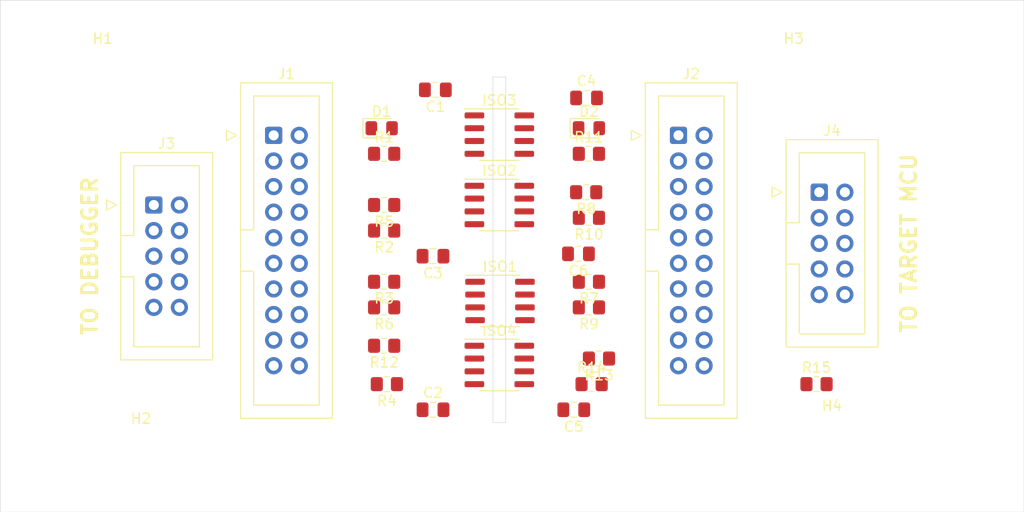
<source format=kicad_pcb>
(kicad_pcb (version 20171130) (host pcbnew "(5.1.10)-1")

  (general
    (thickness 1.6)
    (drawings 11)
    (tracks 0)
    (zones 0)
    (modules 35)
    (nets 66)
  )

  (page A4)
  (layers
    (0 F.Cu signal)
    (31 B.Cu signal)
    (32 B.Adhes user)
    (33 F.Adhes user)
    (34 B.Paste user)
    (35 F.Paste user)
    (36 B.SilkS user)
    (37 F.SilkS user)
    (38 B.Mask user)
    (39 F.Mask user)
    (40 Dwgs.User user)
    (41 Cmts.User user)
    (42 Eco1.User user)
    (43 Eco2.User user)
    (44 Edge.Cuts user)
    (45 Margin user)
    (46 B.CrtYd user)
    (47 F.CrtYd user)
    (48 B.Fab user)
    (49 F.Fab user)
  )

  (setup
    (last_trace_width 0.25)
    (trace_clearance 0.2)
    (zone_clearance 0.508)
    (zone_45_only no)
    (trace_min 0.2)
    (via_size 0.8)
    (via_drill 0.4)
    (via_min_size 0.4)
    (via_min_drill 0.3)
    (uvia_size 0.3)
    (uvia_drill 0.1)
    (uvias_allowed no)
    (uvia_min_size 0.2)
    (uvia_min_drill 0.1)
    (edge_width 0.05)
    (segment_width 0.2)
    (pcb_text_width 0.3)
    (pcb_text_size 1.5 1.5)
    (mod_edge_width 0.12)
    (mod_text_size 1 1)
    (mod_text_width 0.15)
    (pad_size 1.524 1.524)
    (pad_drill 0.762)
    (pad_to_mask_clearance 0)
    (aux_axis_origin 0 0)
    (visible_elements 7FFFFFFF)
    (pcbplotparams
      (layerselection 0x010fc_ffffffff)
      (usegerberextensions false)
      (usegerberattributes true)
      (usegerberadvancedattributes true)
      (creategerberjobfile true)
      (excludeedgelayer true)
      (linewidth 0.100000)
      (plotframeref false)
      (viasonmask false)
      (mode 1)
      (useauxorigin false)
      (hpglpennumber 1)
      (hpglpenspeed 20)
      (hpglpendiameter 15.000000)
      (psnegative false)
      (psa4output false)
      (plotreference true)
      (plotvalue true)
      (plotinvisibletext false)
      (padsonsilk false)
      (subtractmaskfromsilk false)
      (outputformat 1)
      (mirror false)
      (drillshape 1)
      (scaleselection 1)
      (outputdirectory ""))
  )

  (net 0 "")
  (net 1 GND1)
  (net 2 VCC)
  (net 3 GND2)
  (net 4 VDD)
  (net 5 "Net-(ISO1-Pad7)")
  (net 6 "Net-(ISO1-Pad6)")
  (net 7 "Net-(ISO1-Pad3)")
  (net 8 "Net-(ISO1-Pad2)")
  (net 9 "Net-(ISO2-Pad7)")
  (net 10 "Net-(ISO2-Pad6)")
  (net 11 "Net-(ISO2-Pad3)")
  (net 12 "Net-(ISO2-Pad2)")
  (net 13 "Net-(J1-Pad20)")
  (net 14 "Net-(J1-Pad18)")
  (net 15 "Net-(J1-Pad16)")
  (net 16 "Net-(J1-Pad14)")
  (net 17 "Net-(J1-Pad12)")
  (net 18 "Net-(J1-Pad10)")
  (net 19 "Net-(J1-Pad8)")
  (net 20 "Net-(J1-Pad6)")
  (net 21 "Net-(J1-Pad19)")
  (net 22 "Net-(J1-Pad17)")
  (net 23 "Net-(J1-Pad15)")
  (net 24 "Net-(J1-Pad1)")
  (net 25 "Net-(J2-Pad20)")
  (net 26 "Net-(J2-Pad18)")
  (net 27 "Net-(J2-Pad16)")
  (net 28 "Net-(J2-Pad14)")
  (net 29 "Net-(J2-Pad12)")
  (net 30 "Net-(J2-Pad10)")
  (net 31 "Net-(J2-Pad8)")
  (net 32 "Net-(J2-Pad6)")
  (net 33 "Net-(J2-Pad19)")
  (net 34 "Net-(J2-Pad17)")
  (net 35 "Net-(D1-Pad2)")
  (net 36 "Net-(D1-Pad1)")
  (net 37 "Net-(D2-Pad2)")
  (net 38 "Net-(J1-Pad13)")
  (net 39 "Net-(J1-Pad9)")
  (net 40 "Net-(J1-Pad7)")
  (net 41 "Net-(J1-Pad5)")
  (net 42 "Net-(ISO3-Pad7)")
  (net 43 "Net-(ISO3-Pad6)")
  (net 44 "Net-(ISO3-Pad3)")
  (net 45 "Net-(ISO3-Pad2)")
  (net 46 "Net-(ISO4-Pad7)")
  (net 47 "Net-(ISO4-Pad6)")
  (net 48 "Net-(ISO4-Pad3)")
  (net 49 "Net-(ISO4-Pad2)")
  (net 50 /T_nRST)
  (net 51 /T_TDO)
  (net 52 /T_TCK)
  (net 53 /T_TMS)
  (net 54 /T_TDI)
  (net 55 "Net-(J3-Pad10)")
  (net 56 "Net-(J3-Pad8)")
  (net 57 "Net-(J3-Pad6)")
  (net 58 "Net-(J3-Pad4)")
  (net 59 "Net-(J3-Pad2)")
  (net 60 "Net-(J3-Pad9)")
  (net 61 "Net-(J3-Pad7)")
  (net 62 "Net-(J3-Pad3)")
  (net 63 "Net-(J3-Pad1)")
  (net 64 "Net-(J4-Pad9)")
  (net 65 "Net-(J4-Pad7)")

  (net_class Default "This is the default net class."
    (clearance 0.2)
    (trace_width 0.25)
    (via_dia 0.8)
    (via_drill 0.4)
    (uvia_dia 0.3)
    (uvia_drill 0.1)
    (add_net /T_TCK)
    (add_net /T_TDI)
    (add_net /T_TDO)
    (add_net /T_TMS)
    (add_net /T_nRST)
    (add_net GND1)
    (add_net GND2)
    (add_net "Net-(D1-Pad1)")
    (add_net "Net-(D1-Pad2)")
    (add_net "Net-(D2-Pad2)")
    (add_net "Net-(ISO1-Pad2)")
    (add_net "Net-(ISO1-Pad3)")
    (add_net "Net-(ISO1-Pad6)")
    (add_net "Net-(ISO1-Pad7)")
    (add_net "Net-(ISO2-Pad2)")
    (add_net "Net-(ISO2-Pad3)")
    (add_net "Net-(ISO2-Pad6)")
    (add_net "Net-(ISO2-Pad7)")
    (add_net "Net-(ISO3-Pad2)")
    (add_net "Net-(ISO3-Pad3)")
    (add_net "Net-(ISO3-Pad6)")
    (add_net "Net-(ISO3-Pad7)")
    (add_net "Net-(ISO4-Pad2)")
    (add_net "Net-(ISO4-Pad3)")
    (add_net "Net-(ISO4-Pad6)")
    (add_net "Net-(ISO4-Pad7)")
    (add_net "Net-(J1-Pad1)")
    (add_net "Net-(J1-Pad10)")
    (add_net "Net-(J1-Pad12)")
    (add_net "Net-(J1-Pad13)")
    (add_net "Net-(J1-Pad14)")
    (add_net "Net-(J1-Pad15)")
    (add_net "Net-(J1-Pad16)")
    (add_net "Net-(J1-Pad17)")
    (add_net "Net-(J1-Pad18)")
    (add_net "Net-(J1-Pad19)")
    (add_net "Net-(J1-Pad20)")
    (add_net "Net-(J1-Pad5)")
    (add_net "Net-(J1-Pad6)")
    (add_net "Net-(J1-Pad7)")
    (add_net "Net-(J1-Pad8)")
    (add_net "Net-(J1-Pad9)")
    (add_net "Net-(J2-Pad10)")
    (add_net "Net-(J2-Pad12)")
    (add_net "Net-(J2-Pad14)")
    (add_net "Net-(J2-Pad16)")
    (add_net "Net-(J2-Pad17)")
    (add_net "Net-(J2-Pad18)")
    (add_net "Net-(J2-Pad19)")
    (add_net "Net-(J2-Pad20)")
    (add_net "Net-(J2-Pad6)")
    (add_net "Net-(J2-Pad8)")
    (add_net "Net-(J3-Pad1)")
    (add_net "Net-(J3-Pad10)")
    (add_net "Net-(J3-Pad2)")
    (add_net "Net-(J3-Pad3)")
    (add_net "Net-(J3-Pad4)")
    (add_net "Net-(J3-Pad6)")
    (add_net "Net-(J3-Pad7)")
    (add_net "Net-(J3-Pad8)")
    (add_net "Net-(J3-Pad9)")
    (add_net "Net-(J4-Pad7)")
    (add_net "Net-(J4-Pad9)")
    (add_net VCC)
    (add_net VDD)
  )

  (module Resistor_SMD:R_0805_2012Metric_Pad1.20x1.40mm_HandSolder (layer F.Cu) (tedit 5F68FEEE) (tstamp 613572DC)
    (at 182.61 114.3)
    (descr "Resistor SMD 0805 (2012 Metric), square (rectangular) end terminal, IPC_7351 nominal with elongated pad for handsoldering. (Body size source: IPC-SM-782 page 72, https://www.pcb-3d.com/wordpress/wp-content/uploads/ipc-sm-782a_amendment_1_and_2.pdf), generated with kicad-footprint-generator")
    (tags "resistor handsolder")
    (path /61564099)
    (attr smd)
    (fp_text reference R15 (at 0 -1.65) (layer F.SilkS)
      (effects (font (size 1 1) (thickness 0.15)))
    )
    (fp_text value R_US (at 0 1.65) (layer F.Fab)
      (effects (font (size 1 1) (thickness 0.15)))
    )
    (fp_line (start -1 0.625) (end -1 -0.625) (layer F.Fab) (width 0.1))
    (fp_line (start -1 -0.625) (end 1 -0.625) (layer F.Fab) (width 0.1))
    (fp_line (start 1 -0.625) (end 1 0.625) (layer F.Fab) (width 0.1))
    (fp_line (start 1 0.625) (end -1 0.625) (layer F.Fab) (width 0.1))
    (fp_line (start -0.227064 -0.735) (end 0.227064 -0.735) (layer F.SilkS) (width 0.12))
    (fp_line (start -0.227064 0.735) (end 0.227064 0.735) (layer F.SilkS) (width 0.12))
    (fp_line (start -1.85 0.95) (end -1.85 -0.95) (layer F.CrtYd) (width 0.05))
    (fp_line (start -1.85 -0.95) (end 1.85 -0.95) (layer F.CrtYd) (width 0.05))
    (fp_line (start 1.85 -0.95) (end 1.85 0.95) (layer F.CrtYd) (width 0.05))
    (fp_line (start 1.85 0.95) (end -1.85 0.95) (layer F.CrtYd) (width 0.05))
    (fp_text user %R (at 0 0) (layer F.Fab)
      (effects (font (size 0.5 0.5) (thickness 0.08)))
    )
    (pad 2 smd roundrect (at 1 0) (size 1.2 1.4) (layers F.Cu F.Paste F.Mask) (roundrect_rratio 0.208333)
      (net 64 "Net-(J4-Pad9)"))
    (pad 1 smd roundrect (at -1 0) (size 1.2 1.4) (layers F.Cu F.Paste F.Mask) (roundrect_rratio 0.208333)
      (net 3 GND2))
    (model ${KISYS3DMOD}/Resistor_SMD.3dshapes/R_0805_2012Metric.wrl
      (at (xyz 0 0 0))
      (scale (xyz 1 1 1))
      (rotate (xyz 0 0 0))
    )
  )

  (module Resistor_SMD:R_0805_2012Metric_Pad1.20x1.40mm_HandSolder (layer F.Cu) (tedit 5F68FEEE) (tstamp 613572CB)
    (at 160.29 114.3)
    (descr "Resistor SMD 0805 (2012 Metric), square (rectangular) end terminal, IPC_7351 nominal with elongated pad for handsoldering. (Body size source: IPC-SM-782 page 72, https://www.pcb-3d.com/wordpress/wp-content/uploads/ipc-sm-782a_amendment_1_and_2.pdf), generated with kicad-footprint-generator")
    (tags "resistor handsolder")
    (path /61484B00)
    (attr smd)
    (fp_text reference R14 (at 0 -1.65) (layer F.SilkS)
      (effects (font (size 1 1) (thickness 0.15)))
    )
    (fp_text value R_US (at 0 1.65) (layer F.Fab)
      (effects (font (size 1 1) (thickness 0.15)))
    )
    (fp_line (start -1 0.625) (end -1 -0.625) (layer F.Fab) (width 0.1))
    (fp_line (start -1 -0.625) (end 1 -0.625) (layer F.Fab) (width 0.1))
    (fp_line (start 1 -0.625) (end 1 0.625) (layer F.Fab) (width 0.1))
    (fp_line (start 1 0.625) (end -1 0.625) (layer F.Fab) (width 0.1))
    (fp_line (start -0.227064 -0.735) (end 0.227064 -0.735) (layer F.SilkS) (width 0.12))
    (fp_line (start -0.227064 0.735) (end 0.227064 0.735) (layer F.SilkS) (width 0.12))
    (fp_line (start -1.85 0.95) (end -1.85 -0.95) (layer F.CrtYd) (width 0.05))
    (fp_line (start -1.85 -0.95) (end 1.85 -0.95) (layer F.CrtYd) (width 0.05))
    (fp_line (start 1.85 -0.95) (end 1.85 0.95) (layer F.CrtYd) (width 0.05))
    (fp_line (start 1.85 0.95) (end -1.85 0.95) (layer F.CrtYd) (width 0.05))
    (fp_text user %R (at 0 0) (layer F.Fab)
      (effects (font (size 0.5 0.5) (thickness 0.08)))
    )
    (pad 2 smd roundrect (at 1 0) (size 1.2 1.4) (layers F.Cu F.Paste F.Mask) (roundrect_rratio 0.208333)
      (net 47 "Net-(ISO4-Pad6)"))
    (pad 1 smd roundrect (at -1 0) (size 1.2 1.4) (layers F.Cu F.Paste F.Mask) (roundrect_rratio 0.208333)
      (net 4 VDD))
    (model ${KISYS3DMOD}/Resistor_SMD.3dshapes/R_0805_2012Metric.wrl
      (at (xyz 0 0 0))
      (scale (xyz 1 1 1))
      (rotate (xyz 0 0 0))
    )
  )

  (module Resistor_SMD:R_0805_2012Metric_Pad1.20x1.40mm_HandSolder (layer F.Cu) (tedit 5F68FEEE) (tstamp 613572BA)
    (at 161.02 111.76 180)
    (descr "Resistor SMD 0805 (2012 Metric), square (rectangular) end terminal, IPC_7351 nominal with elongated pad for handsoldering. (Body size source: IPC-SM-782 page 72, https://www.pcb-3d.com/wordpress/wp-content/uploads/ipc-sm-782a_amendment_1_and_2.pdf), generated with kicad-footprint-generator")
    (tags "resistor handsolder")
    (path /61482AC7)
    (attr smd)
    (fp_text reference R13 (at 0 -1.65) (layer F.SilkS)
      (effects (font (size 1 1) (thickness 0.15)))
    )
    (fp_text value R_US (at 0 1.65) (layer F.Fab)
      (effects (font (size 1 1) (thickness 0.15)))
    )
    (fp_line (start -1 0.625) (end -1 -0.625) (layer F.Fab) (width 0.1))
    (fp_line (start -1 -0.625) (end 1 -0.625) (layer F.Fab) (width 0.1))
    (fp_line (start 1 -0.625) (end 1 0.625) (layer F.Fab) (width 0.1))
    (fp_line (start 1 0.625) (end -1 0.625) (layer F.Fab) (width 0.1))
    (fp_line (start -0.227064 -0.735) (end 0.227064 -0.735) (layer F.SilkS) (width 0.12))
    (fp_line (start -0.227064 0.735) (end 0.227064 0.735) (layer F.SilkS) (width 0.12))
    (fp_line (start -1.85 0.95) (end -1.85 -0.95) (layer F.CrtYd) (width 0.05))
    (fp_line (start -1.85 -0.95) (end 1.85 -0.95) (layer F.CrtYd) (width 0.05))
    (fp_line (start 1.85 -0.95) (end 1.85 0.95) (layer F.CrtYd) (width 0.05))
    (fp_line (start 1.85 0.95) (end -1.85 0.95) (layer F.CrtYd) (width 0.05))
    (fp_text user %R (at 0 0) (layer F.Fab)
      (effects (font (size 0.5 0.5) (thickness 0.08)))
    )
    (pad 2 smd roundrect (at 1 0 180) (size 1.2 1.4) (layers F.Cu F.Paste F.Mask) (roundrect_rratio 0.208333)
      (net 46 "Net-(ISO4-Pad7)"))
    (pad 1 smd roundrect (at -1 0 180) (size 1.2 1.4) (layers F.Cu F.Paste F.Mask) (roundrect_rratio 0.208333)
      (net 50 /T_nRST))
    (model ${KISYS3DMOD}/Resistor_SMD.3dshapes/R_0805_2012Metric.wrl
      (at (xyz 0 0 0))
      (scale (xyz 1 1 1))
      (rotate (xyz 0 0 0))
    )
  )

  (module Resistor_SMD:R_0805_2012Metric_Pad1.20x1.40mm_HandSolder (layer F.Cu) (tedit 5F68FEEE) (tstamp 613572A9)
    (at 139.7 110.49 180)
    (descr "Resistor SMD 0805 (2012 Metric), square (rectangular) end terminal, IPC_7351 nominal with elongated pad for handsoldering. (Body size source: IPC-SM-782 page 72, https://www.pcb-3d.com/wordpress/wp-content/uploads/ipc-sm-782a_amendment_1_and_2.pdf), generated with kicad-footprint-generator")
    (tags "resistor handsolder")
    (path /6147ED97)
    (attr smd)
    (fp_text reference R12 (at 0 -1.65) (layer F.SilkS)
      (effects (font (size 1 1) (thickness 0.15)))
    )
    (fp_text value R_US (at 0 1.65) (layer F.Fab)
      (effects (font (size 1 1) (thickness 0.15)))
    )
    (fp_line (start -1 0.625) (end -1 -0.625) (layer F.Fab) (width 0.1))
    (fp_line (start -1 -0.625) (end 1 -0.625) (layer F.Fab) (width 0.1))
    (fp_line (start 1 -0.625) (end 1 0.625) (layer F.Fab) (width 0.1))
    (fp_line (start 1 0.625) (end -1 0.625) (layer F.Fab) (width 0.1))
    (fp_line (start -0.227064 -0.735) (end 0.227064 -0.735) (layer F.SilkS) (width 0.12))
    (fp_line (start -0.227064 0.735) (end 0.227064 0.735) (layer F.SilkS) (width 0.12))
    (fp_line (start -1.85 0.95) (end -1.85 -0.95) (layer F.CrtYd) (width 0.05))
    (fp_line (start -1.85 -0.95) (end 1.85 -0.95) (layer F.CrtYd) (width 0.05))
    (fp_line (start 1.85 -0.95) (end 1.85 0.95) (layer F.CrtYd) (width 0.05))
    (fp_line (start 1.85 0.95) (end -1.85 0.95) (layer F.CrtYd) (width 0.05))
    (fp_text user %R (at 0 0) (layer F.Fab)
      (effects (font (size 0.5 0.5) (thickness 0.08)))
    )
    (pad 2 smd roundrect (at 1 0 180) (size 1.2 1.4) (layers F.Cu F.Paste F.Mask) (roundrect_rratio 0.208333)
      (net 23 "Net-(J1-Pad15)"))
    (pad 1 smd roundrect (at -1 0 180) (size 1.2 1.4) (layers F.Cu F.Paste F.Mask) (roundrect_rratio 0.208333)
      (net 49 "Net-(ISO4-Pad2)"))
    (model ${KISYS3DMOD}/Resistor_SMD.3dshapes/R_0805_2012Metric.wrl
      (at (xyz 0 0 0))
      (scale (xyz 1 1 1))
      (rotate (xyz 0 0 0))
    )
  )

  (module Resistor_SMD:R_0805_2012Metric_Pad1.20x1.40mm_HandSolder (layer F.Cu) (tedit 5F68FEEE) (tstamp 613571B8)
    (at 139.97 114.3 180)
    (descr "Resistor SMD 0805 (2012 Metric), square (rectangular) end terminal, IPC_7351 nominal with elongated pad for handsoldering. (Body size source: IPC-SM-782 page 72, https://www.pcb-3d.com/wordpress/wp-content/uploads/ipc-sm-782a_amendment_1_and_2.pdf), generated with kicad-footprint-generator")
    (tags "resistor handsolder")
    (path /61480C0D)
    (attr smd)
    (fp_text reference R4 (at 0 -1.65) (layer F.SilkS)
      (effects (font (size 1 1) (thickness 0.15)))
    )
    (fp_text value R_US (at 0 1.65) (layer F.Fab)
      (effects (font (size 1 1) (thickness 0.15)))
    )
    (fp_line (start -1 0.625) (end -1 -0.625) (layer F.Fab) (width 0.1))
    (fp_line (start -1 -0.625) (end 1 -0.625) (layer F.Fab) (width 0.1))
    (fp_line (start 1 -0.625) (end 1 0.625) (layer F.Fab) (width 0.1))
    (fp_line (start 1 0.625) (end -1 0.625) (layer F.Fab) (width 0.1))
    (fp_line (start -0.227064 -0.735) (end 0.227064 -0.735) (layer F.SilkS) (width 0.12))
    (fp_line (start -0.227064 0.735) (end 0.227064 0.735) (layer F.SilkS) (width 0.12))
    (fp_line (start -1.85 0.95) (end -1.85 -0.95) (layer F.CrtYd) (width 0.05))
    (fp_line (start -1.85 -0.95) (end 1.85 -0.95) (layer F.CrtYd) (width 0.05))
    (fp_line (start 1.85 -0.95) (end 1.85 0.95) (layer F.CrtYd) (width 0.05))
    (fp_line (start 1.85 0.95) (end -1.85 0.95) (layer F.CrtYd) (width 0.05))
    (fp_text user %R (at 0 0) (layer F.Fab)
      (effects (font (size 0.5 0.5) (thickness 0.08)))
    )
    (pad 2 smd roundrect (at 1 0 180) (size 1.2 1.4) (layers F.Cu F.Paste F.Mask) (roundrect_rratio 0.208333)
      (net 24 "Net-(J1-Pad1)"))
    (pad 1 smd roundrect (at -1 0 180) (size 1.2 1.4) (layers F.Cu F.Paste F.Mask) (roundrect_rratio 0.208333)
      (net 48 "Net-(ISO4-Pad3)"))
    (model ${KISYS3DMOD}/Resistor_SMD.3dshapes/R_0805_2012Metric.wrl
      (at (xyz 0 0 0))
      (scale (xyz 1 1 1))
      (rotate (xyz 0 0 0))
    )
  )

  (module Connector_IDC:IDC-Header_2x05_P2.54mm_Vertical (layer F.Cu) (tedit 5EAC9A07) (tstamp 61357147)
    (at 182.88 95.25)
    (descr "Through hole IDC box header, 2x05, 2.54mm pitch, DIN 41651 / IEC 60603-13, double rows, https://docs.google.com/spreadsheets/d/16SsEcesNF15N3Lb4niX7dcUr-NY5_MFPQhobNuNppn4/edit#gid=0")
    (tags "Through hole vertical IDC box header THT 2x05 2.54mm double row")
    (path /614107DE)
    (fp_text reference J4 (at 1.27 -6.1) (layer F.SilkS)
      (effects (font (size 1 1) (thickness 0.15)))
    )
    (fp_text value Conn_ARM_JTAG_SWD_10 (at 1.27 16.26) (layer F.Fab)
      (effects (font (size 1 1) (thickness 0.15)))
    )
    (fp_line (start -3.18 -4.1) (end -2.18 -5.1) (layer F.Fab) (width 0.1))
    (fp_line (start -2.18 -5.1) (end 5.72 -5.1) (layer F.Fab) (width 0.1))
    (fp_line (start 5.72 -5.1) (end 5.72 15.26) (layer F.Fab) (width 0.1))
    (fp_line (start 5.72 15.26) (end -3.18 15.26) (layer F.Fab) (width 0.1))
    (fp_line (start -3.18 15.26) (end -3.18 -4.1) (layer F.Fab) (width 0.1))
    (fp_line (start -3.18 3.03) (end -1.98 3.03) (layer F.Fab) (width 0.1))
    (fp_line (start -1.98 3.03) (end -1.98 -3.91) (layer F.Fab) (width 0.1))
    (fp_line (start -1.98 -3.91) (end 4.52 -3.91) (layer F.Fab) (width 0.1))
    (fp_line (start 4.52 -3.91) (end 4.52 14.07) (layer F.Fab) (width 0.1))
    (fp_line (start 4.52 14.07) (end -1.98 14.07) (layer F.Fab) (width 0.1))
    (fp_line (start -1.98 14.07) (end -1.98 7.13) (layer F.Fab) (width 0.1))
    (fp_line (start -1.98 7.13) (end -1.98 7.13) (layer F.Fab) (width 0.1))
    (fp_line (start -1.98 7.13) (end -3.18 7.13) (layer F.Fab) (width 0.1))
    (fp_line (start -3.29 -5.21) (end 5.83 -5.21) (layer F.SilkS) (width 0.12))
    (fp_line (start 5.83 -5.21) (end 5.83 15.37) (layer F.SilkS) (width 0.12))
    (fp_line (start 5.83 15.37) (end -3.29 15.37) (layer F.SilkS) (width 0.12))
    (fp_line (start -3.29 15.37) (end -3.29 -5.21) (layer F.SilkS) (width 0.12))
    (fp_line (start -3.29 3.03) (end -1.98 3.03) (layer F.SilkS) (width 0.12))
    (fp_line (start -1.98 3.03) (end -1.98 -3.91) (layer F.SilkS) (width 0.12))
    (fp_line (start -1.98 -3.91) (end 4.52 -3.91) (layer F.SilkS) (width 0.12))
    (fp_line (start 4.52 -3.91) (end 4.52 14.07) (layer F.SilkS) (width 0.12))
    (fp_line (start 4.52 14.07) (end -1.98 14.07) (layer F.SilkS) (width 0.12))
    (fp_line (start -1.98 14.07) (end -1.98 7.13) (layer F.SilkS) (width 0.12))
    (fp_line (start -1.98 7.13) (end -1.98 7.13) (layer F.SilkS) (width 0.12))
    (fp_line (start -1.98 7.13) (end -3.29 7.13) (layer F.SilkS) (width 0.12))
    (fp_line (start -3.68 0) (end -4.68 -0.5) (layer F.SilkS) (width 0.12))
    (fp_line (start -4.68 -0.5) (end -4.68 0.5) (layer F.SilkS) (width 0.12))
    (fp_line (start -4.68 0.5) (end -3.68 0) (layer F.SilkS) (width 0.12))
    (fp_line (start -3.68 -5.6) (end -3.68 15.76) (layer F.CrtYd) (width 0.05))
    (fp_line (start -3.68 15.76) (end 6.22 15.76) (layer F.CrtYd) (width 0.05))
    (fp_line (start 6.22 15.76) (end 6.22 -5.6) (layer F.CrtYd) (width 0.05))
    (fp_line (start 6.22 -5.6) (end -3.68 -5.6) (layer F.CrtYd) (width 0.05))
    (fp_text user %R (at 1.27 5.08 90) (layer F.Fab)
      (effects (font (size 1 1) (thickness 0.15)))
    )
    (pad 10 thru_hole circle (at 2.54 10.16) (size 1.7 1.7) (drill 1) (layers *.Cu *.Mask)
      (net 50 /T_nRST))
    (pad 8 thru_hole circle (at 2.54 7.62) (size 1.7 1.7) (drill 1) (layers *.Cu *.Mask)
      (net 54 /T_TDI))
    (pad 6 thru_hole circle (at 2.54 5.08) (size 1.7 1.7) (drill 1) (layers *.Cu *.Mask)
      (net 51 /T_TDO))
    (pad 4 thru_hole circle (at 2.54 2.54) (size 1.7 1.7) (drill 1) (layers *.Cu *.Mask)
      (net 52 /T_TCK))
    (pad 2 thru_hole circle (at 2.54 0) (size 1.7 1.7) (drill 1) (layers *.Cu *.Mask)
      (net 53 /T_TMS))
    (pad 9 thru_hole circle (at 0 10.16) (size 1.7 1.7) (drill 1) (layers *.Cu *.Mask)
      (net 64 "Net-(J4-Pad9)"))
    (pad 7 thru_hole circle (at 0 7.62) (size 1.7 1.7) (drill 1) (layers *.Cu *.Mask)
      (net 65 "Net-(J4-Pad7)"))
    (pad 5 thru_hole circle (at 0 5.08) (size 1.7 1.7) (drill 1) (layers *.Cu *.Mask)
      (net 3 GND2))
    (pad 3 thru_hole circle (at 0 2.54) (size 1.7 1.7) (drill 1) (layers *.Cu *.Mask)
      (net 3 GND2))
    (pad 1 thru_hole roundrect (at 0 0) (size 1.7 1.7) (drill 1) (layers *.Cu *.Mask) (roundrect_rratio 0.147059)
      (net 4 VDD))
    (model ${KISYS3DMOD}/Connector_IDC.3dshapes/IDC-Header_2x05_P2.54mm_Vertical.wrl
      (at (xyz 0 0 0))
      (scale (xyz 1 1 1))
      (rotate (xyz 0 0 0))
    )
  )

  (module Connector_IDC:IDC-Header_2x05_P2.54mm_Vertical (layer F.Cu) (tedit 5EAC9A07) (tstamp 61357118)
    (at 116.84 96.52)
    (descr "Through hole IDC box header, 2x05, 2.54mm pitch, DIN 41651 / IEC 60603-13, double rows, https://docs.google.com/spreadsheets/d/16SsEcesNF15N3Lb4niX7dcUr-NY5_MFPQhobNuNppn4/edit#gid=0")
    (tags "Through hole vertical IDC box header THT 2x05 2.54mm double row")
    (path /61409178)
    (fp_text reference J3 (at 1.27 -6.1) (layer F.SilkS)
      (effects (font (size 1 1) (thickness 0.15)))
    )
    (fp_text value Conn_ARM_JTAG_SWD_10 (at 1.27 16.26) (layer F.Fab)
      (effects (font (size 1 1) (thickness 0.15)))
    )
    (fp_line (start -3.18 -4.1) (end -2.18 -5.1) (layer F.Fab) (width 0.1))
    (fp_line (start -2.18 -5.1) (end 5.72 -5.1) (layer F.Fab) (width 0.1))
    (fp_line (start 5.72 -5.1) (end 5.72 15.26) (layer F.Fab) (width 0.1))
    (fp_line (start 5.72 15.26) (end -3.18 15.26) (layer F.Fab) (width 0.1))
    (fp_line (start -3.18 15.26) (end -3.18 -4.1) (layer F.Fab) (width 0.1))
    (fp_line (start -3.18 3.03) (end -1.98 3.03) (layer F.Fab) (width 0.1))
    (fp_line (start -1.98 3.03) (end -1.98 -3.91) (layer F.Fab) (width 0.1))
    (fp_line (start -1.98 -3.91) (end 4.52 -3.91) (layer F.Fab) (width 0.1))
    (fp_line (start 4.52 -3.91) (end 4.52 14.07) (layer F.Fab) (width 0.1))
    (fp_line (start 4.52 14.07) (end -1.98 14.07) (layer F.Fab) (width 0.1))
    (fp_line (start -1.98 14.07) (end -1.98 7.13) (layer F.Fab) (width 0.1))
    (fp_line (start -1.98 7.13) (end -1.98 7.13) (layer F.Fab) (width 0.1))
    (fp_line (start -1.98 7.13) (end -3.18 7.13) (layer F.Fab) (width 0.1))
    (fp_line (start -3.29 -5.21) (end 5.83 -5.21) (layer F.SilkS) (width 0.12))
    (fp_line (start 5.83 -5.21) (end 5.83 15.37) (layer F.SilkS) (width 0.12))
    (fp_line (start 5.83 15.37) (end -3.29 15.37) (layer F.SilkS) (width 0.12))
    (fp_line (start -3.29 15.37) (end -3.29 -5.21) (layer F.SilkS) (width 0.12))
    (fp_line (start -3.29 3.03) (end -1.98 3.03) (layer F.SilkS) (width 0.12))
    (fp_line (start -1.98 3.03) (end -1.98 -3.91) (layer F.SilkS) (width 0.12))
    (fp_line (start -1.98 -3.91) (end 4.52 -3.91) (layer F.SilkS) (width 0.12))
    (fp_line (start 4.52 -3.91) (end 4.52 14.07) (layer F.SilkS) (width 0.12))
    (fp_line (start 4.52 14.07) (end -1.98 14.07) (layer F.SilkS) (width 0.12))
    (fp_line (start -1.98 14.07) (end -1.98 7.13) (layer F.SilkS) (width 0.12))
    (fp_line (start -1.98 7.13) (end -1.98 7.13) (layer F.SilkS) (width 0.12))
    (fp_line (start -1.98 7.13) (end -3.29 7.13) (layer F.SilkS) (width 0.12))
    (fp_line (start -3.68 0) (end -4.68 -0.5) (layer F.SilkS) (width 0.12))
    (fp_line (start -4.68 -0.5) (end -4.68 0.5) (layer F.SilkS) (width 0.12))
    (fp_line (start -4.68 0.5) (end -3.68 0) (layer F.SilkS) (width 0.12))
    (fp_line (start -3.68 -5.6) (end -3.68 15.76) (layer F.CrtYd) (width 0.05))
    (fp_line (start -3.68 15.76) (end 6.22 15.76) (layer F.CrtYd) (width 0.05))
    (fp_line (start 6.22 15.76) (end 6.22 -5.6) (layer F.CrtYd) (width 0.05))
    (fp_line (start 6.22 -5.6) (end -3.68 -5.6) (layer F.CrtYd) (width 0.05))
    (fp_text user %R (at 1.27 5.08 90) (layer F.Fab)
      (effects (font (size 1 1) (thickness 0.15)))
    )
    (pad 10 thru_hole circle (at 2.54 10.16) (size 1.7 1.7) (drill 1) (layers *.Cu *.Mask)
      (net 55 "Net-(J3-Pad10)"))
    (pad 8 thru_hole circle (at 2.54 7.62) (size 1.7 1.7) (drill 1) (layers *.Cu *.Mask)
      (net 56 "Net-(J3-Pad8)"))
    (pad 6 thru_hole circle (at 2.54 5.08) (size 1.7 1.7) (drill 1) (layers *.Cu *.Mask)
      (net 57 "Net-(J3-Pad6)"))
    (pad 4 thru_hole circle (at 2.54 2.54) (size 1.7 1.7) (drill 1) (layers *.Cu *.Mask)
      (net 58 "Net-(J3-Pad4)"))
    (pad 2 thru_hole circle (at 2.54 0) (size 1.7 1.7) (drill 1) (layers *.Cu *.Mask)
      (net 59 "Net-(J3-Pad2)"))
    (pad 9 thru_hole circle (at 0 10.16) (size 1.7 1.7) (drill 1) (layers *.Cu *.Mask)
      (net 60 "Net-(J3-Pad9)"))
    (pad 7 thru_hole circle (at 0 7.62) (size 1.7 1.7) (drill 1) (layers *.Cu *.Mask)
      (net 61 "Net-(J3-Pad7)"))
    (pad 5 thru_hole circle (at 0 5.08) (size 1.7 1.7) (drill 1) (layers *.Cu *.Mask)
      (net 62 "Net-(J3-Pad3)"))
    (pad 3 thru_hole circle (at 0 2.54) (size 1.7 1.7) (drill 1) (layers *.Cu *.Mask)
      (net 62 "Net-(J3-Pad3)"))
    (pad 1 thru_hole roundrect (at 0 0) (size 1.7 1.7) (drill 1) (layers *.Cu *.Mask) (roundrect_rratio 0.147059)
      (net 63 "Net-(J3-Pad1)"))
    (model ${KISYS3DMOD}/Connector_IDC.3dshapes/IDC-Header_2x05_P2.54mm_Vertical.wrl
      (at (xyz 0 0 0))
      (scale (xyz 1 1 1))
      (rotate (xyz 0 0 0))
    )
  )

  (module Package_SO:SOIC-8_3.9x4.9mm_P1.27mm (layer F.Cu) (tedit 5D9F72B1) (tstamp 61357009)
    (at 151.13 112.395)
    (descr "SOIC, 8 Pin (JEDEC MS-012AA, https://www.analog.com/media/en/package-pcb-resources/package/pkg_pdf/soic_narrow-r/r_8.pdf), generated with kicad-footprint-generator ipc_gullwing_generator.py")
    (tags "SOIC SO")
    (path /61433F9E)
    (attr smd)
    (fp_text reference ISO4 (at 0 -3.4) (layer F.SilkS)
      (effects (font (size 1 1) (thickness 0.15)))
    )
    (fp_text value Si8621 (at 0 3.4) (layer F.Fab)
      (effects (font (size 1 1) (thickness 0.15)))
    )
    (fp_line (start 0 2.56) (end 1.95 2.56) (layer F.SilkS) (width 0.12))
    (fp_line (start 0 2.56) (end -1.95 2.56) (layer F.SilkS) (width 0.12))
    (fp_line (start 0 -2.56) (end 1.95 -2.56) (layer F.SilkS) (width 0.12))
    (fp_line (start 0 -2.56) (end -3.45 -2.56) (layer F.SilkS) (width 0.12))
    (fp_line (start -0.975 -2.45) (end 1.95 -2.45) (layer F.Fab) (width 0.1))
    (fp_line (start 1.95 -2.45) (end 1.95 2.45) (layer F.Fab) (width 0.1))
    (fp_line (start 1.95 2.45) (end -1.95 2.45) (layer F.Fab) (width 0.1))
    (fp_line (start -1.95 2.45) (end -1.95 -1.475) (layer F.Fab) (width 0.1))
    (fp_line (start -1.95 -1.475) (end -0.975 -2.45) (layer F.Fab) (width 0.1))
    (fp_line (start -3.7 -2.7) (end -3.7 2.7) (layer F.CrtYd) (width 0.05))
    (fp_line (start -3.7 2.7) (end 3.7 2.7) (layer F.CrtYd) (width 0.05))
    (fp_line (start 3.7 2.7) (end 3.7 -2.7) (layer F.CrtYd) (width 0.05))
    (fp_line (start 3.7 -2.7) (end -3.7 -2.7) (layer F.CrtYd) (width 0.05))
    (fp_text user %R (at 0 0) (layer F.Fab)
      (effects (font (size 0.98 0.98) (thickness 0.15)))
    )
    (pad 8 smd roundrect (at 2.475 -1.905) (size 1.95 0.6) (layers F.Cu F.Paste F.Mask) (roundrect_rratio 0.25)
      (net 4 VDD))
    (pad 7 smd roundrect (at 2.475 -0.635) (size 1.95 0.6) (layers F.Cu F.Paste F.Mask) (roundrect_rratio 0.25)
      (net 46 "Net-(ISO4-Pad7)"))
    (pad 6 smd roundrect (at 2.475 0.635) (size 1.95 0.6) (layers F.Cu F.Paste F.Mask) (roundrect_rratio 0.25)
      (net 47 "Net-(ISO4-Pad6)"))
    (pad 5 smd roundrect (at 2.475 1.905) (size 1.95 0.6) (layers F.Cu F.Paste F.Mask) (roundrect_rratio 0.25)
      (net 3 GND2))
    (pad 4 smd roundrect (at -2.475 1.905) (size 1.95 0.6) (layers F.Cu F.Paste F.Mask) (roundrect_rratio 0.25)
      (net 1 GND1))
    (pad 3 smd roundrect (at -2.475 0.635) (size 1.95 0.6) (layers F.Cu F.Paste F.Mask) (roundrect_rratio 0.25)
      (net 48 "Net-(ISO4-Pad3)"))
    (pad 2 smd roundrect (at -2.475 -0.635) (size 1.95 0.6) (layers F.Cu F.Paste F.Mask) (roundrect_rratio 0.25)
      (net 49 "Net-(ISO4-Pad2)"))
    (pad 1 smd roundrect (at -2.475 -1.905) (size 1.95 0.6) (layers F.Cu F.Paste F.Mask) (roundrect_rratio 0.25)
      (net 2 VCC))
    (model ${KISYS3DMOD}/Package_SO.3dshapes/SOIC-8_3.9x4.9mm_P1.27mm.wrl
      (at (xyz 0 0 0))
      (scale (xyz 1 1 1))
      (rotate (xyz 0 0 0))
    )
  )

  (module Package_SO:SOIC-8_3.9x4.9mm_P1.27mm (layer F.Cu) (tedit 5D9F72B1) (tstamp 61356FEF)
    (at 151.13 89.535)
    (descr "SOIC, 8 Pin (JEDEC MS-012AA, https://www.analog.com/media/en/package-pcb-resources/package/pkg_pdf/soic_narrow-r/r_8.pdf), generated with kicad-footprint-generator ipc_gullwing_generator.py")
    (tags "SOIC SO")
    (path /614ADF20)
    (attr smd)
    (fp_text reference ISO3 (at 0 -3.4) (layer F.SilkS)
      (effects (font (size 1 1) (thickness 0.15)))
    )
    (fp_text value Si8621 (at 0 3.4) (layer F.Fab)
      (effects (font (size 1 1) (thickness 0.15)))
    )
    (fp_line (start 0 2.56) (end 1.95 2.56) (layer F.SilkS) (width 0.12))
    (fp_line (start 0 2.56) (end -1.95 2.56) (layer F.SilkS) (width 0.12))
    (fp_line (start 0 -2.56) (end 1.95 -2.56) (layer F.SilkS) (width 0.12))
    (fp_line (start 0 -2.56) (end -3.45 -2.56) (layer F.SilkS) (width 0.12))
    (fp_line (start -0.975 -2.45) (end 1.95 -2.45) (layer F.Fab) (width 0.1))
    (fp_line (start 1.95 -2.45) (end 1.95 2.45) (layer F.Fab) (width 0.1))
    (fp_line (start 1.95 2.45) (end -1.95 2.45) (layer F.Fab) (width 0.1))
    (fp_line (start -1.95 2.45) (end -1.95 -1.475) (layer F.Fab) (width 0.1))
    (fp_line (start -1.95 -1.475) (end -0.975 -2.45) (layer F.Fab) (width 0.1))
    (fp_line (start -3.7 -2.7) (end -3.7 2.7) (layer F.CrtYd) (width 0.05))
    (fp_line (start -3.7 2.7) (end 3.7 2.7) (layer F.CrtYd) (width 0.05))
    (fp_line (start 3.7 2.7) (end 3.7 -2.7) (layer F.CrtYd) (width 0.05))
    (fp_line (start 3.7 -2.7) (end -3.7 -2.7) (layer F.CrtYd) (width 0.05))
    (fp_text user %R (at 0 0) (layer F.Fab)
      (effects (font (size 0.98 0.98) (thickness 0.15)))
    )
    (pad 8 smd roundrect (at 2.475 -1.905) (size 1.95 0.6) (layers F.Cu F.Paste F.Mask) (roundrect_rratio 0.25)
      (net 4 VDD))
    (pad 7 smd roundrect (at 2.475 -0.635) (size 1.95 0.6) (layers F.Cu F.Paste F.Mask) (roundrect_rratio 0.25)
      (net 42 "Net-(ISO3-Pad7)"))
    (pad 6 smd roundrect (at 2.475 0.635) (size 1.95 0.6) (layers F.Cu F.Paste F.Mask) (roundrect_rratio 0.25)
      (net 43 "Net-(ISO3-Pad6)"))
    (pad 5 smd roundrect (at 2.475 1.905) (size 1.95 0.6) (layers F.Cu F.Paste F.Mask) (roundrect_rratio 0.25)
      (net 3 GND2))
    (pad 4 smd roundrect (at -2.475 1.905) (size 1.95 0.6) (layers F.Cu F.Paste F.Mask) (roundrect_rratio 0.25)
      (net 1 GND1))
    (pad 3 smd roundrect (at -2.475 0.635) (size 1.95 0.6) (layers F.Cu F.Paste F.Mask) (roundrect_rratio 0.25)
      (net 44 "Net-(ISO3-Pad3)"))
    (pad 2 smd roundrect (at -2.475 -0.635) (size 1.95 0.6) (layers F.Cu F.Paste F.Mask) (roundrect_rratio 0.25)
      (net 45 "Net-(ISO3-Pad2)"))
    (pad 1 smd roundrect (at -2.475 -1.905) (size 1.95 0.6) (layers F.Cu F.Paste F.Mask) (roundrect_rratio 0.25)
      (net 2 VCC))
    (model ${KISYS3DMOD}/Package_SO.3dshapes/SOIC-8_3.9x4.9mm_P1.27mm.wrl
      (at (xyz 0 0 0))
      (scale (xyz 1 1 1))
      (rotate (xyz 0 0 0))
    )
  )

  (module MountingHole:MountingHole_3.2mm_M3 (layer F.Cu) (tedit 56D1B4CB) (tstamp 6135654B)
    (at 184.15 120.65)
    (descr "Mounting Hole 3.2mm, no annular, M3")
    (tags "mounting hole 3.2mm no annular m3")
    (path /61402106)
    (attr virtual)
    (fp_text reference H4 (at 0 -4.2) (layer F.SilkS)
      (effects (font (size 1 1) (thickness 0.15)))
    )
    (fp_text value MountingHole (at 0 4.2) (layer F.Fab)
      (effects (font (size 1 1) (thickness 0.15)))
    )
    (fp_circle (center 0 0) (end 3.2 0) (layer Cmts.User) (width 0.15))
    (fp_circle (center 0 0) (end 3.45 0) (layer F.CrtYd) (width 0.05))
    (fp_text user %R (at 0.3 0) (layer F.Fab)
      (effects (font (size 1 1) (thickness 0.15)))
    )
    (pad 1 np_thru_hole circle (at 0 0) (size 3.2 3.2) (drill 3.2) (layers *.Cu *.Mask))
  )

  (module MountingHole:MountingHole_3.2mm_M3 (layer F.Cu) (tedit 56D1B4CB) (tstamp 61356543)
    (at 185.42 80.01)
    (descr "Mounting Hole 3.2mm, no annular, M3")
    (tags "mounting hole 3.2mm no annular m3")
    (path /613F62FB)
    (attr virtual)
    (fp_text reference H3 (at -5.08 0) (layer F.SilkS)
      (effects (font (size 1 1) (thickness 0.15)))
    )
    (fp_text value MountingHole (at 0 4.2) (layer F.Fab)
      (effects (font (size 1 1) (thickness 0.15)))
    )
    (fp_circle (center 0 0) (end 3.2 0) (layer Cmts.User) (width 0.15))
    (fp_circle (center 0 0) (end 3.45 0) (layer F.CrtYd) (width 0.05))
    (fp_text user %R (at 0.3 0) (layer F.Fab)
      (effects (font (size 1 1) (thickness 0.15)))
    )
    (pad 1 np_thru_hole circle (at 0 0) (size 3.2 3.2) (drill 3.2) (layers *.Cu *.Mask))
  )

  (module MountingHole:MountingHole_3.2mm_M3 (layer F.Cu) (tedit 56D1B4CB) (tstamp 6135653B)
    (at 115.57 121.92)
    (descr "Mounting Hole 3.2mm, no annular, M3")
    (tags "mounting hole 3.2mm no annular m3")
    (path /6140210C)
    (attr virtual)
    (fp_text reference H2 (at 0 -4.2) (layer F.SilkS)
      (effects (font (size 1 1) (thickness 0.15)))
    )
    (fp_text value MountingHole (at 0 4.2) (layer F.Fab)
      (effects (font (size 1 1) (thickness 0.15)))
    )
    (fp_circle (center 0 0) (end 3.2 0) (layer Cmts.User) (width 0.15))
    (fp_circle (center 0 0) (end 3.45 0) (layer F.CrtYd) (width 0.05))
    (fp_text user %R (at 0.3 0) (layer F.Fab)
      (effects (font (size 1 1) (thickness 0.15)))
    )
    (pad 1 np_thru_hole circle (at 0 0) (size 3.2 3.2) (drill 3.2) (layers *.Cu *.Mask))
  )

  (module MountingHole:MountingHole_3.2mm_M3 (layer F.Cu) (tedit 56D1B4CB) (tstamp 61356533)
    (at 116.84 80.01)
    (descr "Mounting Hole 3.2mm, no annular, M3")
    (tags "mounting hole 3.2mm no annular m3")
    (path /613F7E6A)
    (attr virtual)
    (fp_text reference H1 (at -5.08 0) (layer F.SilkS)
      (effects (font (size 1 1) (thickness 0.15)))
    )
    (fp_text value MountingHole (at 0 4.2) (layer F.Fab)
      (effects (font (size 1 1) (thickness 0.15)))
    )
    (fp_circle (center 0 0) (end 3.2 0) (layer Cmts.User) (width 0.15))
    (fp_circle (center 0 0) (end 3.45 0) (layer F.CrtYd) (width 0.05))
    (fp_text user %R (at 0.3 0) (layer F.Fab)
      (effects (font (size 1 1) (thickness 0.15)))
    )
    (pad 1 np_thru_hole circle (at 0 0) (size 3.2 3.2) (drill 3.2) (layers *.Cu *.Mask))
  )

  (module Resistor_SMD:R_0805_2012Metric_Pad1.20x1.40mm_HandSolder (layer F.Cu) (tedit 5F68FEEE) (tstamp 613513E1)
    (at 160.02 91.44)
    (descr "Resistor SMD 0805 (2012 Metric), square (rectangular) end terminal, IPC_7351 nominal with elongated pad for handsoldering. (Body size source: IPC-SM-782 page 72, https://www.pcb-3d.com/wordpress/wp-content/uploads/ipc-sm-782a_amendment_1_and_2.pdf), generated with kicad-footprint-generator")
    (tags "resistor handsolder")
    (path /613B2615)
    (attr smd)
    (fp_text reference R11 (at 0 -1.65) (layer F.SilkS)
      (effects (font (size 1 1) (thickness 0.15)))
    )
    (fp_text value R_US (at 0 1.65) (layer F.Fab)
      (effects (font (size 1 1) (thickness 0.15)))
    )
    (fp_line (start -1 0.625) (end -1 -0.625) (layer F.Fab) (width 0.1))
    (fp_line (start -1 -0.625) (end 1 -0.625) (layer F.Fab) (width 0.1))
    (fp_line (start 1 -0.625) (end 1 0.625) (layer F.Fab) (width 0.1))
    (fp_line (start 1 0.625) (end -1 0.625) (layer F.Fab) (width 0.1))
    (fp_line (start -0.227064 -0.735) (end 0.227064 -0.735) (layer F.SilkS) (width 0.12))
    (fp_line (start -0.227064 0.735) (end 0.227064 0.735) (layer F.SilkS) (width 0.12))
    (fp_line (start -1.85 0.95) (end -1.85 -0.95) (layer F.CrtYd) (width 0.05))
    (fp_line (start -1.85 -0.95) (end 1.85 -0.95) (layer F.CrtYd) (width 0.05))
    (fp_line (start 1.85 -0.95) (end 1.85 0.95) (layer F.CrtYd) (width 0.05))
    (fp_line (start 1.85 0.95) (end -1.85 0.95) (layer F.CrtYd) (width 0.05))
    (fp_text user %R (at 0 0) (layer F.Fab)
      (effects (font (size 0.5 0.5) (thickness 0.08)))
    )
    (pad 2 smd roundrect (at 1 0) (size 1.2 1.4) (layers F.Cu F.Paste F.Mask) (roundrect_rratio 0.208333)
      (net 37 "Net-(D2-Pad2)"))
    (pad 1 smd roundrect (at -1 0) (size 1.2 1.4) (layers F.Cu F.Paste F.Mask) (roundrect_rratio 0.208333)
      (net 3 GND2))
    (model ${KISYS3DMOD}/Resistor_SMD.3dshapes/R_0805_2012Metric.wrl
      (at (xyz 0 0 0))
      (scale (xyz 1 1 1))
      (rotate (xyz 0 0 0))
    )
  )

  (module Resistor_SMD:R_0805_2012Metric_Pad1.20x1.40mm_HandSolder (layer F.Cu) (tedit 5F68FEEE) (tstamp 613513D0)
    (at 160.02 97.79 180)
    (descr "Resistor SMD 0805 (2012 Metric), square (rectangular) end terminal, IPC_7351 nominal with elongated pad for handsoldering. (Body size source: IPC-SM-782 page 72, https://www.pcb-3d.com/wordpress/wp-content/uploads/ipc-sm-782a_amendment_1_and_2.pdf), generated with kicad-footprint-generator")
    (tags "resistor handsolder")
    (path /613B0176)
    (attr smd)
    (fp_text reference R10 (at 0 -1.65) (layer F.SilkS)
      (effects (font (size 1 1) (thickness 0.15)))
    )
    (fp_text value R_US (at 0 1.65) (layer F.Fab)
      (effects (font (size 1 1) (thickness 0.15)))
    )
    (fp_line (start -1 0.625) (end -1 -0.625) (layer F.Fab) (width 0.1))
    (fp_line (start -1 -0.625) (end 1 -0.625) (layer F.Fab) (width 0.1))
    (fp_line (start 1 -0.625) (end 1 0.625) (layer F.Fab) (width 0.1))
    (fp_line (start 1 0.625) (end -1 0.625) (layer F.Fab) (width 0.1))
    (fp_line (start -0.227064 -0.735) (end 0.227064 -0.735) (layer F.SilkS) (width 0.12))
    (fp_line (start -0.227064 0.735) (end 0.227064 0.735) (layer F.SilkS) (width 0.12))
    (fp_line (start -1.85 0.95) (end -1.85 -0.95) (layer F.CrtYd) (width 0.05))
    (fp_line (start -1.85 -0.95) (end 1.85 -0.95) (layer F.CrtYd) (width 0.05))
    (fp_line (start 1.85 -0.95) (end 1.85 0.95) (layer F.CrtYd) (width 0.05))
    (fp_line (start 1.85 0.95) (end -1.85 0.95) (layer F.CrtYd) (width 0.05))
    (fp_text user %R (at 0 0) (layer F.Fab)
      (effects (font (size 0.5 0.5) (thickness 0.08)))
    )
    (pad 2 smd roundrect (at 1 0 180) (size 1.2 1.4) (layers F.Cu F.Paste F.Mask) (roundrect_rratio 0.208333)
      (net 10 "Net-(ISO2-Pad6)"))
    (pad 1 smd roundrect (at -1 0 180) (size 1.2 1.4) (layers F.Cu F.Paste F.Mask) (roundrect_rratio 0.208333)
      (net 54 /T_TDI))
    (model ${KISYS3DMOD}/Resistor_SMD.3dshapes/R_0805_2012Metric.wrl
      (at (xyz 0 0 0))
      (scale (xyz 1 1 1))
      (rotate (xyz 0 0 0))
    )
  )

  (module Resistor_SMD:R_0805_2012Metric_Pad1.20x1.40mm_HandSolder (layer F.Cu) (tedit 5F68FEEE) (tstamp 61357959)
    (at 160.02 106.68 180)
    (descr "Resistor SMD 0805 (2012 Metric), square (rectangular) end terminal, IPC_7351 nominal with elongated pad for handsoldering. (Body size source: IPC-SM-782 page 72, https://www.pcb-3d.com/wordpress/wp-content/uploads/ipc-sm-782a_amendment_1_and_2.pdf), generated with kicad-footprint-generator")
    (tags "resistor handsolder")
    (path /613AE645)
    (attr smd)
    (fp_text reference R9 (at 0 -1.65) (layer F.SilkS)
      (effects (font (size 1 1) (thickness 0.15)))
    )
    (fp_text value R_US (at 0 1.65) (layer F.Fab)
      (effects (font (size 1 1) (thickness 0.15)))
    )
    (fp_line (start -1 0.625) (end -1 -0.625) (layer F.Fab) (width 0.1))
    (fp_line (start -1 -0.625) (end 1 -0.625) (layer F.Fab) (width 0.1))
    (fp_line (start 1 -0.625) (end 1 0.625) (layer F.Fab) (width 0.1))
    (fp_line (start 1 0.625) (end -1 0.625) (layer F.Fab) (width 0.1))
    (fp_line (start -0.227064 -0.735) (end 0.227064 -0.735) (layer F.SilkS) (width 0.12))
    (fp_line (start -0.227064 0.735) (end 0.227064 0.735) (layer F.SilkS) (width 0.12))
    (fp_line (start -1.85 0.95) (end -1.85 -0.95) (layer F.CrtYd) (width 0.05))
    (fp_line (start -1.85 -0.95) (end 1.85 -0.95) (layer F.CrtYd) (width 0.05))
    (fp_line (start 1.85 -0.95) (end 1.85 0.95) (layer F.CrtYd) (width 0.05))
    (fp_line (start 1.85 0.95) (end -1.85 0.95) (layer F.CrtYd) (width 0.05))
    (fp_text user %R (at 0 0) (layer F.Fab)
      (effects (font (size 0.5 0.5) (thickness 0.08)))
    )
    (pad 2 smd roundrect (at 1 0 180) (size 1.2 1.4) (layers F.Cu F.Paste F.Mask) (roundrect_rratio 0.208333)
      (net 6 "Net-(ISO1-Pad6)"))
    (pad 1 smd roundrect (at -1 0 180) (size 1.2 1.4) (layers F.Cu F.Paste F.Mask) (roundrect_rratio 0.208333)
      (net 51 /T_TDO))
    (model ${KISYS3DMOD}/Resistor_SMD.3dshapes/R_0805_2012Metric.wrl
      (at (xyz 0 0 0))
      (scale (xyz 1 1 1))
      (rotate (xyz 0 0 0))
    )
  )

  (module Resistor_SMD:R_0805_2012Metric_Pad1.20x1.40mm_HandSolder (layer F.Cu) (tedit 5F68FEEE) (tstamp 613513AE)
    (at 159.75 95.25 180)
    (descr "Resistor SMD 0805 (2012 Metric), square (rectangular) end terminal, IPC_7351 nominal with elongated pad for handsoldering. (Body size source: IPC-SM-782 page 72, https://www.pcb-3d.com/wordpress/wp-content/uploads/ipc-sm-782a_amendment_1_and_2.pdf), generated with kicad-footprint-generator")
    (tags "resistor handsolder")
    (path /613AF2FA)
    (attr smd)
    (fp_text reference R8 (at 0 -1.65) (layer F.SilkS)
      (effects (font (size 1 1) (thickness 0.15)))
    )
    (fp_text value R_US (at 0 1.65) (layer F.Fab)
      (effects (font (size 1 1) (thickness 0.15)))
    )
    (fp_line (start -1 0.625) (end -1 -0.625) (layer F.Fab) (width 0.1))
    (fp_line (start -1 -0.625) (end 1 -0.625) (layer F.Fab) (width 0.1))
    (fp_line (start 1 -0.625) (end 1 0.625) (layer F.Fab) (width 0.1))
    (fp_line (start 1 0.625) (end -1 0.625) (layer F.Fab) (width 0.1))
    (fp_line (start -0.227064 -0.735) (end 0.227064 -0.735) (layer F.SilkS) (width 0.12))
    (fp_line (start -0.227064 0.735) (end 0.227064 0.735) (layer F.SilkS) (width 0.12))
    (fp_line (start -1.85 0.95) (end -1.85 -0.95) (layer F.CrtYd) (width 0.05))
    (fp_line (start -1.85 -0.95) (end 1.85 -0.95) (layer F.CrtYd) (width 0.05))
    (fp_line (start 1.85 -0.95) (end 1.85 0.95) (layer F.CrtYd) (width 0.05))
    (fp_line (start 1.85 0.95) (end -1.85 0.95) (layer F.CrtYd) (width 0.05))
    (fp_text user %R (at 0 0) (layer F.Fab)
      (effects (font (size 0.5 0.5) (thickness 0.08)))
    )
    (pad 2 smd roundrect (at 1 0 180) (size 1.2 1.4) (layers F.Cu F.Paste F.Mask) (roundrect_rratio 0.208333)
      (net 9 "Net-(ISO2-Pad7)"))
    (pad 1 smd roundrect (at -1 0 180) (size 1.2 1.4) (layers F.Cu F.Paste F.Mask) (roundrect_rratio 0.208333)
      (net 53 /T_TMS))
    (model ${KISYS3DMOD}/Resistor_SMD.3dshapes/R_0805_2012Metric.wrl
      (at (xyz 0 0 0))
      (scale (xyz 1 1 1))
      (rotate (xyz 0 0 0))
    )
  )

  (module Resistor_SMD:R_0805_2012Metric_Pad1.20x1.40mm_HandSolder (layer F.Cu) (tedit 5F68FEEE) (tstamp 61357989)
    (at 160.02 104.14 180)
    (descr "Resistor SMD 0805 (2012 Metric), square (rectangular) end terminal, IPC_7351 nominal with elongated pad for handsoldering. (Body size source: IPC-SM-782 page 72, https://www.pcb-3d.com/wordpress/wp-content/uploads/ipc-sm-782a_amendment_1_and_2.pdf), generated with kicad-footprint-generator")
    (tags "resistor handsolder")
    (path /613AD946)
    (attr smd)
    (fp_text reference R7 (at 0 -1.65) (layer F.SilkS)
      (effects (font (size 1 1) (thickness 0.15)))
    )
    (fp_text value R_US (at 0 1.65) (layer F.Fab)
      (effects (font (size 1 1) (thickness 0.15)))
    )
    (fp_line (start -1 0.625) (end -1 -0.625) (layer F.Fab) (width 0.1))
    (fp_line (start -1 -0.625) (end 1 -0.625) (layer F.Fab) (width 0.1))
    (fp_line (start 1 -0.625) (end 1 0.625) (layer F.Fab) (width 0.1))
    (fp_line (start 1 0.625) (end -1 0.625) (layer F.Fab) (width 0.1))
    (fp_line (start -0.227064 -0.735) (end 0.227064 -0.735) (layer F.SilkS) (width 0.12))
    (fp_line (start -0.227064 0.735) (end 0.227064 0.735) (layer F.SilkS) (width 0.12))
    (fp_line (start -1.85 0.95) (end -1.85 -0.95) (layer F.CrtYd) (width 0.05))
    (fp_line (start -1.85 -0.95) (end 1.85 -0.95) (layer F.CrtYd) (width 0.05))
    (fp_line (start 1.85 -0.95) (end 1.85 0.95) (layer F.CrtYd) (width 0.05))
    (fp_line (start 1.85 0.95) (end -1.85 0.95) (layer F.CrtYd) (width 0.05))
    (fp_text user %R (at 0 0) (layer F.Fab)
      (effects (font (size 0.5 0.5) (thickness 0.08)))
    )
    (pad 2 smd roundrect (at 1 0 180) (size 1.2 1.4) (layers F.Cu F.Paste F.Mask) (roundrect_rratio 0.208333)
      (net 5 "Net-(ISO1-Pad7)"))
    (pad 1 smd roundrect (at -1 0 180) (size 1.2 1.4) (layers F.Cu F.Paste F.Mask) (roundrect_rratio 0.208333)
      (net 52 /T_TCK))
    (model ${KISYS3DMOD}/Resistor_SMD.3dshapes/R_0805_2012Metric.wrl
      (at (xyz 0 0 0))
      (scale (xyz 1 1 1))
      (rotate (xyz 0 0 0))
    )
  )

  (module Resistor_SMD:R_0805_2012Metric_Pad1.20x1.40mm_HandSolder (layer F.Cu) (tedit 5F68FEEE) (tstamp 6135138C)
    (at 139.7 106.68 180)
    (descr "Resistor SMD 0805 (2012 Metric), square (rectangular) end terminal, IPC_7351 nominal with elongated pad for handsoldering. (Body size source: IPC-SM-782 page 72, https://www.pcb-3d.com/wordpress/wp-content/uploads/ipc-sm-782a_amendment_1_and_2.pdf), generated with kicad-footprint-generator")
    (tags "resistor handsolder")
    (path /613ACC5C)
    (attr smd)
    (fp_text reference R6 (at 0 -1.65) (layer F.SilkS)
      (effects (font (size 1 1) (thickness 0.15)))
    )
    (fp_text value R_US (at 0 1.65) (layer F.Fab)
      (effects (font (size 1 1) (thickness 0.15)))
    )
    (fp_line (start -1 0.625) (end -1 -0.625) (layer F.Fab) (width 0.1))
    (fp_line (start -1 -0.625) (end 1 -0.625) (layer F.Fab) (width 0.1))
    (fp_line (start 1 -0.625) (end 1 0.625) (layer F.Fab) (width 0.1))
    (fp_line (start 1 0.625) (end -1 0.625) (layer F.Fab) (width 0.1))
    (fp_line (start -0.227064 -0.735) (end 0.227064 -0.735) (layer F.SilkS) (width 0.12))
    (fp_line (start -0.227064 0.735) (end 0.227064 0.735) (layer F.SilkS) (width 0.12))
    (fp_line (start -1.85 0.95) (end -1.85 -0.95) (layer F.CrtYd) (width 0.05))
    (fp_line (start -1.85 -0.95) (end 1.85 -0.95) (layer F.CrtYd) (width 0.05))
    (fp_line (start 1.85 -0.95) (end 1.85 0.95) (layer F.CrtYd) (width 0.05))
    (fp_line (start 1.85 0.95) (end -1.85 0.95) (layer F.CrtYd) (width 0.05))
    (fp_text user %R (at 0 0) (layer F.Fab)
      (effects (font (size 0.5 0.5) (thickness 0.08)))
    )
    (pad 2 smd roundrect (at 1 0 180) (size 1.2 1.4) (layers F.Cu F.Paste F.Mask) (roundrect_rratio 0.208333)
      (net 38 "Net-(J1-Pad13)"))
    (pad 1 smd roundrect (at -1 0 180) (size 1.2 1.4) (layers F.Cu F.Paste F.Mask) (roundrect_rratio 0.208333)
      (net 7 "Net-(ISO1-Pad3)"))
    (model ${KISYS3DMOD}/Resistor_SMD.3dshapes/R_0805_2012Metric.wrl
      (at (xyz 0 0 0))
      (scale (xyz 1 1 1))
      (rotate (xyz 0 0 0))
    )
  )

  (module Resistor_SMD:R_0805_2012Metric_Pad1.20x1.40mm_HandSolder (layer F.Cu) (tedit 5F68FEEE) (tstamp 6135137B)
    (at 139.7 96.52 180)
    (descr "Resistor SMD 0805 (2012 Metric), square (rectangular) end terminal, IPC_7351 nominal with elongated pad for handsoldering. (Body size source: IPC-SM-782 page 72, https://www.pcb-3d.com/wordpress/wp-content/uploads/ipc-sm-782a_amendment_1_and_2.pdf), generated with kicad-footprint-generator")
    (tags "resistor handsolder")
    (path /613AC227)
    (attr smd)
    (fp_text reference R5 (at 0 -1.65) (layer F.SilkS)
      (effects (font (size 1 1) (thickness 0.15)))
    )
    (fp_text value R_US (at 0 1.65) (layer F.Fab)
      (effects (font (size 1 1) (thickness 0.15)))
    )
    (fp_line (start -1 0.625) (end -1 -0.625) (layer F.Fab) (width 0.1))
    (fp_line (start -1 -0.625) (end 1 -0.625) (layer F.Fab) (width 0.1))
    (fp_line (start 1 -0.625) (end 1 0.625) (layer F.Fab) (width 0.1))
    (fp_line (start 1 0.625) (end -1 0.625) (layer F.Fab) (width 0.1))
    (fp_line (start -0.227064 -0.735) (end 0.227064 -0.735) (layer F.SilkS) (width 0.12))
    (fp_line (start -0.227064 0.735) (end 0.227064 0.735) (layer F.SilkS) (width 0.12))
    (fp_line (start -1.85 0.95) (end -1.85 -0.95) (layer F.CrtYd) (width 0.05))
    (fp_line (start -1.85 -0.95) (end 1.85 -0.95) (layer F.CrtYd) (width 0.05))
    (fp_line (start 1.85 -0.95) (end 1.85 0.95) (layer F.CrtYd) (width 0.05))
    (fp_line (start 1.85 0.95) (end -1.85 0.95) (layer F.CrtYd) (width 0.05))
    (fp_text user %R (at 0 0) (layer F.Fab)
      (effects (font (size 0.5 0.5) (thickness 0.08)))
    )
    (pad 2 smd roundrect (at 1 0 180) (size 1.2 1.4) (layers F.Cu F.Paste F.Mask) (roundrect_rratio 0.208333)
      (net 40 "Net-(J1-Pad7)"))
    (pad 1 smd roundrect (at -1 0 180) (size 1.2 1.4) (layers F.Cu F.Paste F.Mask) (roundrect_rratio 0.208333)
      (net 12 "Net-(ISO2-Pad2)"))
    (model ${KISYS3DMOD}/Resistor_SMD.3dshapes/R_0805_2012Metric.wrl
      (at (xyz 0 0 0))
      (scale (xyz 1 1 1))
      (rotate (xyz 0 0 0))
    )
  )

  (module Resistor_SMD:R_0805_2012Metric_Pad1.20x1.40mm_HandSolder (layer F.Cu) (tedit 5F68FEEE) (tstamp 61351359)
    (at 139.7 104.14 180)
    (descr "Resistor SMD 0805 (2012 Metric), square (rectangular) end terminal, IPC_7351 nominal with elongated pad for handsoldering. (Body size source: IPC-SM-782 page 72, https://www.pcb-3d.com/wordpress/wp-content/uploads/ipc-sm-782a_amendment_1_and_2.pdf), generated with kicad-footprint-generator")
    (tags "resistor handsolder")
    (path /613A8A29)
    (attr smd)
    (fp_text reference R3 (at 0 -1.65) (layer F.SilkS)
      (effects (font (size 1 1) (thickness 0.15)))
    )
    (fp_text value R_US (at 0 1.65) (layer F.Fab)
      (effects (font (size 1 1) (thickness 0.15)))
    )
    (fp_line (start -1 0.625) (end -1 -0.625) (layer F.Fab) (width 0.1))
    (fp_line (start -1 -0.625) (end 1 -0.625) (layer F.Fab) (width 0.1))
    (fp_line (start 1 -0.625) (end 1 0.625) (layer F.Fab) (width 0.1))
    (fp_line (start 1 0.625) (end -1 0.625) (layer F.Fab) (width 0.1))
    (fp_line (start -0.227064 -0.735) (end 0.227064 -0.735) (layer F.SilkS) (width 0.12))
    (fp_line (start -0.227064 0.735) (end 0.227064 0.735) (layer F.SilkS) (width 0.12))
    (fp_line (start -1.85 0.95) (end -1.85 -0.95) (layer F.CrtYd) (width 0.05))
    (fp_line (start -1.85 -0.95) (end 1.85 -0.95) (layer F.CrtYd) (width 0.05))
    (fp_line (start 1.85 -0.95) (end 1.85 0.95) (layer F.CrtYd) (width 0.05))
    (fp_line (start 1.85 0.95) (end -1.85 0.95) (layer F.CrtYd) (width 0.05))
    (fp_text user %R (at 0 0) (layer F.Fab)
      (effects (font (size 0.5 0.5) (thickness 0.08)))
    )
    (pad 2 smd roundrect (at 1 0 180) (size 1.2 1.4) (layers F.Cu F.Paste F.Mask) (roundrect_rratio 0.208333)
      (net 39 "Net-(J1-Pad9)"))
    (pad 1 smd roundrect (at -1 0 180) (size 1.2 1.4) (layers F.Cu F.Paste F.Mask) (roundrect_rratio 0.208333)
      (net 8 "Net-(ISO1-Pad2)"))
    (model ${KISYS3DMOD}/Resistor_SMD.3dshapes/R_0805_2012Metric.wrl
      (at (xyz 0 0 0))
      (scale (xyz 1 1 1))
      (rotate (xyz 0 0 0))
    )
  )

  (module Resistor_SMD:R_0805_2012Metric_Pad1.20x1.40mm_HandSolder (layer F.Cu) (tedit 5F68FEEE) (tstamp 61351348)
    (at 139.7 99.06 180)
    (descr "Resistor SMD 0805 (2012 Metric), square (rectangular) end terminal, IPC_7351 nominal with elongated pad for handsoldering. (Body size source: IPC-SM-782 page 72, https://www.pcb-3d.com/wordpress/wp-content/uploads/ipc-sm-782a_amendment_1_and_2.pdf), generated with kicad-footprint-generator")
    (tags "resistor handsolder")
    (path /613AC43A)
    (attr smd)
    (fp_text reference R2 (at 0 -1.65) (layer F.SilkS)
      (effects (font (size 1 1) (thickness 0.15)))
    )
    (fp_text value R_US (at 0 1.65) (layer F.Fab)
      (effects (font (size 1 1) (thickness 0.15)))
    )
    (fp_line (start -1 0.625) (end -1 -0.625) (layer F.Fab) (width 0.1))
    (fp_line (start -1 -0.625) (end 1 -0.625) (layer F.Fab) (width 0.1))
    (fp_line (start 1 -0.625) (end 1 0.625) (layer F.Fab) (width 0.1))
    (fp_line (start 1 0.625) (end -1 0.625) (layer F.Fab) (width 0.1))
    (fp_line (start -0.227064 -0.735) (end 0.227064 -0.735) (layer F.SilkS) (width 0.12))
    (fp_line (start -0.227064 0.735) (end 0.227064 0.735) (layer F.SilkS) (width 0.12))
    (fp_line (start -1.85 0.95) (end -1.85 -0.95) (layer F.CrtYd) (width 0.05))
    (fp_line (start -1.85 -0.95) (end 1.85 -0.95) (layer F.CrtYd) (width 0.05))
    (fp_line (start 1.85 -0.95) (end 1.85 0.95) (layer F.CrtYd) (width 0.05))
    (fp_line (start 1.85 0.95) (end -1.85 0.95) (layer F.CrtYd) (width 0.05))
    (fp_text user %R (at 0 0) (layer F.Fab)
      (effects (font (size 0.5 0.5) (thickness 0.08)))
    )
    (pad 2 smd roundrect (at 1 0 180) (size 1.2 1.4) (layers F.Cu F.Paste F.Mask) (roundrect_rratio 0.208333)
      (net 41 "Net-(J1-Pad5)"))
    (pad 1 smd roundrect (at -1 0 180) (size 1.2 1.4) (layers F.Cu F.Paste F.Mask) (roundrect_rratio 0.208333)
      (net 11 "Net-(ISO2-Pad3)"))
    (model ${KISYS3DMOD}/Resistor_SMD.3dshapes/R_0805_2012Metric.wrl
      (at (xyz 0 0 0))
      (scale (xyz 1 1 1))
      (rotate (xyz 0 0 0))
    )
  )

  (module Resistor_SMD:R_0805_2012Metric_Pad1.20x1.40mm_HandSolder (layer F.Cu) (tedit 5F68FEEE) (tstamp 61351337)
    (at 139.7 91.44)
    (descr "Resistor SMD 0805 (2012 Metric), square (rectangular) end terminal, IPC_7351 nominal with elongated pad for handsoldering. (Body size source: IPC-SM-782 page 72, https://www.pcb-3d.com/wordpress/wp-content/uploads/ipc-sm-782a_amendment_1_and_2.pdf), generated with kicad-footprint-generator")
    (tags "resistor handsolder")
    (path /613B37AC)
    (attr smd)
    (fp_text reference R1 (at 0 -1.65) (layer F.SilkS)
      (effects (font (size 1 1) (thickness 0.15)))
    )
    (fp_text value R_US (at 0 1.65) (layer F.Fab)
      (effects (font (size 1 1) (thickness 0.15)))
    )
    (fp_line (start -1 0.625) (end -1 -0.625) (layer F.Fab) (width 0.1))
    (fp_line (start -1 -0.625) (end 1 -0.625) (layer F.Fab) (width 0.1))
    (fp_line (start 1 -0.625) (end 1 0.625) (layer F.Fab) (width 0.1))
    (fp_line (start 1 0.625) (end -1 0.625) (layer F.Fab) (width 0.1))
    (fp_line (start -0.227064 -0.735) (end 0.227064 -0.735) (layer F.SilkS) (width 0.12))
    (fp_line (start -0.227064 0.735) (end 0.227064 0.735) (layer F.SilkS) (width 0.12))
    (fp_line (start -1.85 0.95) (end -1.85 -0.95) (layer F.CrtYd) (width 0.05))
    (fp_line (start -1.85 -0.95) (end 1.85 -0.95) (layer F.CrtYd) (width 0.05))
    (fp_line (start 1.85 -0.95) (end 1.85 0.95) (layer F.CrtYd) (width 0.05))
    (fp_line (start 1.85 0.95) (end -1.85 0.95) (layer F.CrtYd) (width 0.05))
    (fp_text user %R (at 0 0) (layer F.Fab)
      (effects (font (size 0.5 0.5) (thickness 0.08)))
    )
    (pad 2 smd roundrect (at 1 0) (size 1.2 1.4) (layers F.Cu F.Paste F.Mask) (roundrect_rratio 0.208333)
      (net 35 "Net-(D1-Pad2)"))
    (pad 1 smd roundrect (at -1 0) (size 1.2 1.4) (layers F.Cu F.Paste F.Mask) (roundrect_rratio 0.208333)
      (net 1 GND1))
    (model ${KISYS3DMOD}/Resistor_SMD.3dshapes/R_0805_2012Metric.wrl
      (at (xyz 0 0 0))
      (scale (xyz 1 1 1))
      (rotate (xyz 0 0 0))
    )
  )

  (module LED_SMD:LED_0805_2012Metric_Pad1.15x1.40mm_HandSolder (layer F.Cu) (tedit 5F68FEF1) (tstamp 613511E2)
    (at 160.02 88.9)
    (descr "LED SMD 0805 (2012 Metric), square (rectangular) end terminal, IPC_7351 nominal, (Body size source: https://docs.google.com/spreadsheets/d/1BsfQQcO9C6DZCsRaXUlFlo91Tg2WpOkGARC1WS5S8t0/edit?usp=sharing), generated with kicad-footprint-generator")
    (tags "LED handsolder")
    (path /613A796D)
    (attr smd)
    (fp_text reference D2 (at 0 -1.65) (layer F.SilkS)
      (effects (font (size 1 1) (thickness 0.15)))
    )
    (fp_text value LED (at 0 1.65) (layer F.Fab)
      (effects (font (size 1 1) (thickness 0.15)))
    )
    (fp_line (start 1 -0.6) (end -0.7 -0.6) (layer F.Fab) (width 0.1))
    (fp_line (start -0.7 -0.6) (end -1 -0.3) (layer F.Fab) (width 0.1))
    (fp_line (start -1 -0.3) (end -1 0.6) (layer F.Fab) (width 0.1))
    (fp_line (start -1 0.6) (end 1 0.6) (layer F.Fab) (width 0.1))
    (fp_line (start 1 0.6) (end 1 -0.6) (layer F.Fab) (width 0.1))
    (fp_line (start 1 -0.96) (end -1.86 -0.96) (layer F.SilkS) (width 0.12))
    (fp_line (start -1.86 -0.96) (end -1.86 0.96) (layer F.SilkS) (width 0.12))
    (fp_line (start -1.86 0.96) (end 1 0.96) (layer F.SilkS) (width 0.12))
    (fp_line (start -1.85 0.95) (end -1.85 -0.95) (layer F.CrtYd) (width 0.05))
    (fp_line (start -1.85 -0.95) (end 1.85 -0.95) (layer F.CrtYd) (width 0.05))
    (fp_line (start 1.85 -0.95) (end 1.85 0.95) (layer F.CrtYd) (width 0.05))
    (fp_line (start 1.85 0.95) (end -1.85 0.95) (layer F.CrtYd) (width 0.05))
    (fp_text user %R (at 0 0) (layer F.Fab)
      (effects (font (size 0.5 0.5) (thickness 0.08)))
    )
    (pad 2 smd roundrect (at 1.025 0) (size 1.15 1.4) (layers F.Cu F.Paste F.Mask) (roundrect_rratio 0.217391)
      (net 37 "Net-(D2-Pad2)"))
    (pad 1 smd roundrect (at -1.025 0) (size 1.15 1.4) (layers F.Cu F.Paste F.Mask) (roundrect_rratio 0.217391)
      (net 4 VDD))
    (model ${KISYS3DMOD}/LED_SMD.3dshapes/LED_0805_2012Metric.wrl
      (at (xyz 0 0 0))
      (scale (xyz 1 1 1))
      (rotate (xyz 0 0 0))
    )
  )

  (module LED_SMD:LED_0805_2012Metric_Pad1.15x1.40mm_HandSolder (layer F.Cu) (tedit 5F68FEF1) (tstamp 613511CF)
    (at 139.455 88.9)
    (descr "LED SMD 0805 (2012 Metric), square (rectangular) end terminal, IPC_7351 nominal, (Body size source: https://docs.google.com/spreadsheets/d/1BsfQQcO9C6DZCsRaXUlFlo91Tg2WpOkGARC1WS5S8t0/edit?usp=sharing), generated with kicad-footprint-generator")
    (tags "LED handsolder")
    (path /613A4257)
    (attr smd)
    (fp_text reference D1 (at 0 -1.65) (layer F.SilkS)
      (effects (font (size 1 1) (thickness 0.15)))
    )
    (fp_text value LED (at 0 1.65) (layer F.Fab)
      (effects (font (size 1 1) (thickness 0.15)))
    )
    (fp_line (start 1 -0.6) (end -0.7 -0.6) (layer F.Fab) (width 0.1))
    (fp_line (start -0.7 -0.6) (end -1 -0.3) (layer F.Fab) (width 0.1))
    (fp_line (start -1 -0.3) (end -1 0.6) (layer F.Fab) (width 0.1))
    (fp_line (start -1 0.6) (end 1 0.6) (layer F.Fab) (width 0.1))
    (fp_line (start 1 0.6) (end 1 -0.6) (layer F.Fab) (width 0.1))
    (fp_line (start 1 -0.96) (end -1.86 -0.96) (layer F.SilkS) (width 0.12))
    (fp_line (start -1.86 -0.96) (end -1.86 0.96) (layer F.SilkS) (width 0.12))
    (fp_line (start -1.86 0.96) (end 1 0.96) (layer F.SilkS) (width 0.12))
    (fp_line (start -1.85 0.95) (end -1.85 -0.95) (layer F.CrtYd) (width 0.05))
    (fp_line (start -1.85 -0.95) (end 1.85 -0.95) (layer F.CrtYd) (width 0.05))
    (fp_line (start 1.85 -0.95) (end 1.85 0.95) (layer F.CrtYd) (width 0.05))
    (fp_line (start 1.85 0.95) (end -1.85 0.95) (layer F.CrtYd) (width 0.05))
    (fp_text user %R (at 0 0) (layer F.Fab)
      (effects (font (size 0.5 0.5) (thickness 0.08)))
    )
    (pad 2 smd roundrect (at 1.025 0) (size 1.15 1.4) (layers F.Cu F.Paste F.Mask) (roundrect_rratio 0.217391)
      (net 35 "Net-(D1-Pad2)"))
    (pad 1 smd roundrect (at -1.025 0) (size 1.15 1.4) (layers F.Cu F.Paste F.Mask) (roundrect_rratio 0.217391)
      (net 36 "Net-(D1-Pad1)"))
    (model ${KISYS3DMOD}/LED_SMD.3dshapes/LED_0805_2012Metric.wrl
      (at (xyz 0 0 0))
      (scale (xyz 1 1 1))
      (rotate (xyz 0 0 0))
    )
  )

  (module Connector_IDC:IDC-Header_2x10_P2.54mm_Vertical (layer F.Cu) (tedit 5EAC9A07) (tstamp 6134FF5A)
    (at 168.91 89.61)
    (descr "Through hole IDC box header, 2x10, 2.54mm pitch, DIN 41651 / IEC 60603-13, double rows, https://docs.google.com/spreadsheets/d/16SsEcesNF15N3Lb4niX7dcUr-NY5_MFPQhobNuNppn4/edit#gid=0")
    (tags "Through hole vertical IDC box header THT 2x10 2.54mm double row")
    (path /6134DF72)
    (fp_text reference J2 (at 1.27 -6.1) (layer F.SilkS)
      (effects (font (size 1 1) (thickness 0.15)))
    )
    (fp_text value Conn_ARM_JTAG_SWD_20 (at 1.27 28.96) (layer F.Fab)
      (effects (font (size 1 1) (thickness 0.15)))
    )
    (fp_line (start -3.18 -4.1) (end -2.18 -5.1) (layer F.Fab) (width 0.1))
    (fp_line (start -2.18 -5.1) (end 5.72 -5.1) (layer F.Fab) (width 0.1))
    (fp_line (start 5.72 -5.1) (end 5.72 27.96) (layer F.Fab) (width 0.1))
    (fp_line (start 5.72 27.96) (end -3.18 27.96) (layer F.Fab) (width 0.1))
    (fp_line (start -3.18 27.96) (end -3.18 -4.1) (layer F.Fab) (width 0.1))
    (fp_line (start -3.18 9.38) (end -1.98 9.38) (layer F.Fab) (width 0.1))
    (fp_line (start -1.98 9.38) (end -1.98 -3.91) (layer F.Fab) (width 0.1))
    (fp_line (start -1.98 -3.91) (end 4.52 -3.91) (layer F.Fab) (width 0.1))
    (fp_line (start 4.52 -3.91) (end 4.52 26.77) (layer F.Fab) (width 0.1))
    (fp_line (start 4.52 26.77) (end -1.98 26.77) (layer F.Fab) (width 0.1))
    (fp_line (start -1.98 26.77) (end -1.98 13.48) (layer F.Fab) (width 0.1))
    (fp_line (start -1.98 13.48) (end -1.98 13.48) (layer F.Fab) (width 0.1))
    (fp_line (start -1.98 13.48) (end -3.18 13.48) (layer F.Fab) (width 0.1))
    (fp_line (start -3.29 -5.21) (end 5.83 -5.21) (layer F.SilkS) (width 0.12))
    (fp_line (start 5.83 -5.21) (end 5.83 28.07) (layer F.SilkS) (width 0.12))
    (fp_line (start 5.83 28.07) (end -3.29 28.07) (layer F.SilkS) (width 0.12))
    (fp_line (start -3.29 28.07) (end -3.29 -5.21) (layer F.SilkS) (width 0.12))
    (fp_line (start -3.29 9.38) (end -1.98 9.38) (layer F.SilkS) (width 0.12))
    (fp_line (start -1.98 9.38) (end -1.98 -3.91) (layer F.SilkS) (width 0.12))
    (fp_line (start -1.98 -3.91) (end 4.52 -3.91) (layer F.SilkS) (width 0.12))
    (fp_line (start 4.52 -3.91) (end 4.52 26.77) (layer F.SilkS) (width 0.12))
    (fp_line (start 4.52 26.77) (end -1.98 26.77) (layer F.SilkS) (width 0.12))
    (fp_line (start -1.98 26.77) (end -1.98 13.48) (layer F.SilkS) (width 0.12))
    (fp_line (start -1.98 13.48) (end -1.98 13.48) (layer F.SilkS) (width 0.12))
    (fp_line (start -1.98 13.48) (end -3.29 13.48) (layer F.SilkS) (width 0.12))
    (fp_line (start -3.68 0) (end -4.68 -0.5) (layer F.SilkS) (width 0.12))
    (fp_line (start -4.68 -0.5) (end -4.68 0.5) (layer F.SilkS) (width 0.12))
    (fp_line (start -4.68 0.5) (end -3.68 0) (layer F.SilkS) (width 0.12))
    (fp_line (start -3.68 -5.6) (end -3.68 28.46) (layer F.CrtYd) (width 0.05))
    (fp_line (start -3.68 28.46) (end 6.22 28.46) (layer F.CrtYd) (width 0.05))
    (fp_line (start 6.22 28.46) (end 6.22 -5.6) (layer F.CrtYd) (width 0.05))
    (fp_line (start 6.22 -5.6) (end -3.68 -5.6) (layer F.CrtYd) (width 0.05))
    (fp_text user %R (at 1.27 11.43 90) (layer F.Fab)
      (effects (font (size 1 1) (thickness 0.15)))
    )
    (pad 20 thru_hole circle (at 2.54 22.86) (size 1.7 1.7) (drill 1) (layers *.Cu *.Mask)
      (net 25 "Net-(J2-Pad20)"))
    (pad 18 thru_hole circle (at 2.54 20.32) (size 1.7 1.7) (drill 1) (layers *.Cu *.Mask)
      (net 26 "Net-(J2-Pad18)"))
    (pad 16 thru_hole circle (at 2.54 17.78) (size 1.7 1.7) (drill 1) (layers *.Cu *.Mask)
      (net 27 "Net-(J2-Pad16)"))
    (pad 14 thru_hole circle (at 2.54 15.24) (size 1.7 1.7) (drill 1) (layers *.Cu *.Mask)
      (net 28 "Net-(J2-Pad14)"))
    (pad 12 thru_hole circle (at 2.54 12.7) (size 1.7 1.7) (drill 1) (layers *.Cu *.Mask)
      (net 29 "Net-(J2-Pad12)"))
    (pad 10 thru_hole circle (at 2.54 10.16) (size 1.7 1.7) (drill 1) (layers *.Cu *.Mask)
      (net 30 "Net-(J2-Pad10)"))
    (pad 8 thru_hole circle (at 2.54 7.62) (size 1.7 1.7) (drill 1) (layers *.Cu *.Mask)
      (net 31 "Net-(J2-Pad8)"))
    (pad 6 thru_hole circle (at 2.54 5.08) (size 1.7 1.7) (drill 1) (layers *.Cu *.Mask)
      (net 32 "Net-(J2-Pad6)"))
    (pad 4 thru_hole circle (at 2.54 2.54) (size 1.7 1.7) (drill 1) (layers *.Cu *.Mask)
      (net 3 GND2))
    (pad 2 thru_hole circle (at 2.54 0) (size 1.7 1.7) (drill 1) (layers *.Cu *.Mask)
      (net 4 VDD))
    (pad 19 thru_hole circle (at 0 22.86) (size 1.7 1.7) (drill 1) (layers *.Cu *.Mask)
      (net 33 "Net-(J2-Pad19)"))
    (pad 17 thru_hole circle (at 0 20.32) (size 1.7 1.7) (drill 1) (layers *.Cu *.Mask)
      (net 34 "Net-(J2-Pad17)"))
    (pad 15 thru_hole circle (at 0 17.78) (size 1.7 1.7) (drill 1) (layers *.Cu *.Mask)
      (net 50 /T_nRST))
    (pad 13 thru_hole circle (at 0 15.24) (size 1.7 1.7) (drill 1) (layers *.Cu *.Mask)
      (net 51 /T_TDO))
    (pad 11 thru_hole circle (at 0 12.7) (size 1.7 1.7) (drill 1) (layers *.Cu *.Mask)
      (net 43 "Net-(ISO3-Pad6)"))
    (pad 9 thru_hole circle (at 0 10.16) (size 1.7 1.7) (drill 1) (layers *.Cu *.Mask)
      (net 52 /T_TCK))
    (pad 7 thru_hole circle (at 0 7.62) (size 1.7 1.7) (drill 1) (layers *.Cu *.Mask)
      (net 53 /T_TMS))
    (pad 5 thru_hole circle (at 0 5.08) (size 1.7 1.7) (drill 1) (layers *.Cu *.Mask)
      (net 54 /T_TDI))
    (pad 3 thru_hole circle (at 0 2.54) (size 1.7 1.7) (drill 1) (layers *.Cu *.Mask)
      (net 42 "Net-(ISO3-Pad7)"))
    (pad 1 thru_hole roundrect (at 0 0) (size 1.7 1.7) (drill 1) (layers *.Cu *.Mask) (roundrect_rratio 0.147059)
      (net 4 VDD))
    (model ${KISYS3DMOD}/Connector_IDC.3dshapes/IDC-Header_2x10_P2.54mm_Vertical.wrl
      (at (xyz 0 0 0))
      (scale (xyz 1 1 1))
      (rotate (xyz 0 0 0))
    )
  )

  (module Connector_IDC:IDC-Header_2x10_P2.54mm_Vertical (layer F.Cu) (tedit 5EAC9A07) (tstamp 6134FF21)
    (at 128.735 89.61)
    (descr "Through hole IDC box header, 2x10, 2.54mm pitch, DIN 41651 / IEC 60603-13, double rows, https://docs.google.com/spreadsheets/d/16SsEcesNF15N3Lb4niX7dcUr-NY5_MFPQhobNuNppn4/edit#gid=0")
    (tags "Through hole vertical IDC box header THT 2x10 2.54mm double row")
    (path /6134A505)
    (fp_text reference J1 (at 1.27 -6.1) (layer F.SilkS)
      (effects (font (size 1 1) (thickness 0.15)))
    )
    (fp_text value Conn_ARM_JTAG_SWD_20 (at 1.27 28.96) (layer F.Fab)
      (effects (font (size 1 1) (thickness 0.15)))
    )
    (fp_line (start -3.18 -4.1) (end -2.18 -5.1) (layer F.Fab) (width 0.1))
    (fp_line (start -2.18 -5.1) (end 5.72 -5.1) (layer F.Fab) (width 0.1))
    (fp_line (start 5.72 -5.1) (end 5.72 27.96) (layer F.Fab) (width 0.1))
    (fp_line (start 5.72 27.96) (end -3.18 27.96) (layer F.Fab) (width 0.1))
    (fp_line (start -3.18 27.96) (end -3.18 -4.1) (layer F.Fab) (width 0.1))
    (fp_line (start -3.18 9.38) (end -1.98 9.38) (layer F.Fab) (width 0.1))
    (fp_line (start -1.98 9.38) (end -1.98 -3.91) (layer F.Fab) (width 0.1))
    (fp_line (start -1.98 -3.91) (end 4.52 -3.91) (layer F.Fab) (width 0.1))
    (fp_line (start 4.52 -3.91) (end 4.52 26.77) (layer F.Fab) (width 0.1))
    (fp_line (start 4.52 26.77) (end -1.98 26.77) (layer F.Fab) (width 0.1))
    (fp_line (start -1.98 26.77) (end -1.98 13.48) (layer F.Fab) (width 0.1))
    (fp_line (start -1.98 13.48) (end -1.98 13.48) (layer F.Fab) (width 0.1))
    (fp_line (start -1.98 13.48) (end -3.18 13.48) (layer F.Fab) (width 0.1))
    (fp_line (start -3.29 -5.21) (end 5.83 -5.21) (layer F.SilkS) (width 0.12))
    (fp_line (start 5.83 -5.21) (end 5.83 28.07) (layer F.SilkS) (width 0.12))
    (fp_line (start 5.83 28.07) (end -3.29 28.07) (layer F.SilkS) (width 0.12))
    (fp_line (start -3.29 28.07) (end -3.29 -5.21) (layer F.SilkS) (width 0.12))
    (fp_line (start -3.29 9.38) (end -1.98 9.38) (layer F.SilkS) (width 0.12))
    (fp_line (start -1.98 9.38) (end -1.98 -3.91) (layer F.SilkS) (width 0.12))
    (fp_line (start -1.98 -3.91) (end 4.52 -3.91) (layer F.SilkS) (width 0.12))
    (fp_line (start 4.52 -3.91) (end 4.52 26.77) (layer F.SilkS) (width 0.12))
    (fp_line (start 4.52 26.77) (end -1.98 26.77) (layer F.SilkS) (width 0.12))
    (fp_line (start -1.98 26.77) (end -1.98 13.48) (layer F.SilkS) (width 0.12))
    (fp_line (start -1.98 13.48) (end -1.98 13.48) (layer F.SilkS) (width 0.12))
    (fp_line (start -1.98 13.48) (end -3.29 13.48) (layer F.SilkS) (width 0.12))
    (fp_line (start -3.68 0) (end -4.68 -0.5) (layer F.SilkS) (width 0.12))
    (fp_line (start -4.68 -0.5) (end -4.68 0.5) (layer F.SilkS) (width 0.12))
    (fp_line (start -4.68 0.5) (end -3.68 0) (layer F.SilkS) (width 0.12))
    (fp_line (start -3.68 -5.6) (end -3.68 28.46) (layer F.CrtYd) (width 0.05))
    (fp_line (start -3.68 28.46) (end 6.22 28.46) (layer F.CrtYd) (width 0.05))
    (fp_line (start 6.22 28.46) (end 6.22 -5.6) (layer F.CrtYd) (width 0.05))
    (fp_line (start 6.22 -5.6) (end -3.68 -5.6) (layer F.CrtYd) (width 0.05))
    (fp_text user %R (at 1.27 11.43 90) (layer F.Fab)
      (effects (font (size 1 1) (thickness 0.15)))
    )
    (pad 20 thru_hole circle (at 2.54 22.86) (size 1.7 1.7) (drill 1) (layers *.Cu *.Mask)
      (net 13 "Net-(J1-Pad20)"))
    (pad 18 thru_hole circle (at 2.54 20.32) (size 1.7 1.7) (drill 1) (layers *.Cu *.Mask)
      (net 14 "Net-(J1-Pad18)"))
    (pad 16 thru_hole circle (at 2.54 17.78) (size 1.7 1.7) (drill 1) (layers *.Cu *.Mask)
      (net 15 "Net-(J1-Pad16)"))
    (pad 14 thru_hole circle (at 2.54 15.24) (size 1.7 1.7) (drill 1) (layers *.Cu *.Mask)
      (net 16 "Net-(J1-Pad14)"))
    (pad 12 thru_hole circle (at 2.54 12.7) (size 1.7 1.7) (drill 1) (layers *.Cu *.Mask)
      (net 17 "Net-(J1-Pad12)"))
    (pad 10 thru_hole circle (at 2.54 10.16) (size 1.7 1.7) (drill 1) (layers *.Cu *.Mask)
      (net 18 "Net-(J1-Pad10)"))
    (pad 8 thru_hole circle (at 2.54 7.62) (size 1.7 1.7) (drill 1) (layers *.Cu *.Mask)
      (net 19 "Net-(J1-Pad8)"))
    (pad 6 thru_hole circle (at 2.54 5.08) (size 1.7 1.7) (drill 1) (layers *.Cu *.Mask)
      (net 20 "Net-(J1-Pad6)"))
    (pad 4 thru_hole circle (at 2.54 2.54) (size 1.7 1.7) (drill 1) (layers *.Cu *.Mask)
      (net 1 GND1))
    (pad 2 thru_hole circle (at 2.54 0) (size 1.7 1.7) (drill 1) (layers *.Cu *.Mask)
      (net 2 VCC))
    (pad 19 thru_hole circle (at 0 22.86) (size 1.7 1.7) (drill 1) (layers *.Cu *.Mask)
      (net 21 "Net-(J1-Pad19)"))
    (pad 17 thru_hole circle (at 0 20.32) (size 1.7 1.7) (drill 1) (layers *.Cu *.Mask)
      (net 22 "Net-(J1-Pad17)"))
    (pad 15 thru_hole circle (at 0 17.78) (size 1.7 1.7) (drill 1) (layers *.Cu *.Mask)
      (net 23 "Net-(J1-Pad15)"))
    (pad 13 thru_hole circle (at 0 15.24) (size 1.7 1.7) (drill 1) (layers *.Cu *.Mask)
      (net 38 "Net-(J1-Pad13)"))
    (pad 11 thru_hole circle (at 0 12.7) (size 1.7 1.7) (drill 1) (layers *.Cu *.Mask)
      (net 44 "Net-(ISO3-Pad3)"))
    (pad 9 thru_hole circle (at 0 10.16) (size 1.7 1.7) (drill 1) (layers *.Cu *.Mask)
      (net 39 "Net-(J1-Pad9)"))
    (pad 7 thru_hole circle (at 0 7.62) (size 1.7 1.7) (drill 1) (layers *.Cu *.Mask)
      (net 40 "Net-(J1-Pad7)"))
    (pad 5 thru_hole circle (at 0 5.08) (size 1.7 1.7) (drill 1) (layers *.Cu *.Mask)
      (net 41 "Net-(J1-Pad5)"))
    (pad 3 thru_hole circle (at 0 2.54) (size 1.7 1.7) (drill 1) (layers *.Cu *.Mask)
      (net 45 "Net-(ISO3-Pad2)"))
    (pad 1 thru_hole roundrect (at 0 0) (size 1.7 1.7) (drill 1) (layers *.Cu *.Mask) (roundrect_rratio 0.147059)
      (net 24 "Net-(J1-Pad1)"))
    (model ${KISYS3DMOD}/Connector_IDC.3dshapes/IDC-Header_2x10_P2.54mm_Vertical.wrl
      (at (xyz 0 0 0))
      (scale (xyz 1 1 1))
      (rotate (xyz 0 0 0))
    )
  )

  (module Package_SO:SOIC-8_3.9x4.9mm_P1.27mm (layer F.Cu) (tedit 5D9F72B1) (tstamp 613502F1)
    (at 151.13 96.52)
    (descr "SOIC, 8 Pin (JEDEC MS-012AA, https://www.analog.com/media/en/package-pcb-resources/package/pkg_pdf/soic_narrow-r/r_8.pdf), generated with kicad-footprint-generator ipc_gullwing_generator.py")
    (tags "SOIC SO")
    (path /6135CA37)
    (attr smd)
    (fp_text reference ISO2 (at 0 -3.4) (layer F.SilkS)
      (effects (font (size 1 1) (thickness 0.15)))
    )
    (fp_text value Si8621 (at 0 3.4) (layer F.Fab)
      (effects (font (size 1 1) (thickness 0.15)))
    )
    (fp_line (start 0 2.56) (end 1.95 2.56) (layer F.SilkS) (width 0.12))
    (fp_line (start 0 2.56) (end -1.95 2.56) (layer F.SilkS) (width 0.12))
    (fp_line (start 0 -2.56) (end 1.95 -2.56) (layer F.SilkS) (width 0.12))
    (fp_line (start 0 -2.56) (end -3.45 -2.56) (layer F.SilkS) (width 0.12))
    (fp_line (start -0.975 -2.45) (end 1.95 -2.45) (layer F.Fab) (width 0.1))
    (fp_line (start 1.95 -2.45) (end 1.95 2.45) (layer F.Fab) (width 0.1))
    (fp_line (start 1.95 2.45) (end -1.95 2.45) (layer F.Fab) (width 0.1))
    (fp_line (start -1.95 2.45) (end -1.95 -1.475) (layer F.Fab) (width 0.1))
    (fp_line (start -1.95 -1.475) (end -0.975 -2.45) (layer F.Fab) (width 0.1))
    (fp_line (start -3.7 -2.7) (end -3.7 2.7) (layer F.CrtYd) (width 0.05))
    (fp_line (start -3.7 2.7) (end 3.7 2.7) (layer F.CrtYd) (width 0.05))
    (fp_line (start 3.7 2.7) (end 3.7 -2.7) (layer F.CrtYd) (width 0.05))
    (fp_line (start 3.7 -2.7) (end -3.7 -2.7) (layer F.CrtYd) (width 0.05))
    (fp_text user %R (at 0 0) (layer F.Fab)
      (effects (font (size 0.98 0.98) (thickness 0.15)))
    )
    (pad 8 smd roundrect (at 2.475 -1.905) (size 1.95 0.6) (layers F.Cu F.Paste F.Mask) (roundrect_rratio 0.25)
      (net 4 VDD))
    (pad 7 smd roundrect (at 2.475 -0.635) (size 1.95 0.6) (layers F.Cu F.Paste F.Mask) (roundrect_rratio 0.25)
      (net 9 "Net-(ISO2-Pad7)"))
    (pad 6 smd roundrect (at 2.475 0.635) (size 1.95 0.6) (layers F.Cu F.Paste F.Mask) (roundrect_rratio 0.25)
      (net 10 "Net-(ISO2-Pad6)"))
    (pad 5 smd roundrect (at 2.475 1.905) (size 1.95 0.6) (layers F.Cu F.Paste F.Mask) (roundrect_rratio 0.25)
      (net 3 GND2))
    (pad 4 smd roundrect (at -2.475 1.905) (size 1.95 0.6) (layers F.Cu F.Paste F.Mask) (roundrect_rratio 0.25)
      (net 1 GND1))
    (pad 3 smd roundrect (at -2.475 0.635) (size 1.95 0.6) (layers F.Cu F.Paste F.Mask) (roundrect_rratio 0.25)
      (net 11 "Net-(ISO2-Pad3)"))
    (pad 2 smd roundrect (at -2.475 -0.635) (size 1.95 0.6) (layers F.Cu F.Paste F.Mask) (roundrect_rratio 0.25)
      (net 12 "Net-(ISO2-Pad2)"))
    (pad 1 smd roundrect (at -2.475 -1.905) (size 1.95 0.6) (layers F.Cu F.Paste F.Mask) (roundrect_rratio 0.25)
      (net 2 VCC))
    (model ${KISYS3DMOD}/Package_SO.3dshapes/SOIC-8_3.9x4.9mm_P1.27mm.wrl
      (at (xyz 0 0 0))
      (scale (xyz 1 1 1))
      (rotate (xyz 0 0 0))
    )
  )

  (module Package_SO:SOIC-8_3.9x4.9mm_P1.27mm (layer F.Cu) (tedit 5D9F72B1) (tstamp 6134FECE)
    (at 151.195 106.045)
    (descr "SOIC, 8 Pin (JEDEC MS-012AA, https://www.analog.com/media/en/package-pcb-resources/package/pkg_pdf/soic_narrow-r/r_8.pdf), generated with kicad-footprint-generator ipc_gullwing_generator.py")
    (tags "SOIC SO")
    (path /6135368F)
    (attr smd)
    (fp_text reference ISO1 (at 0 -3.4) (layer F.SilkS)
      (effects (font (size 1 1) (thickness 0.15)))
    )
    (fp_text value Si8620 (at 0 3.4) (layer F.Fab)
      (effects (font (size 1 1) (thickness 0.15)))
    )
    (fp_line (start 0 2.56) (end 1.95 2.56) (layer F.SilkS) (width 0.12))
    (fp_line (start 0 2.56) (end -1.95 2.56) (layer F.SilkS) (width 0.12))
    (fp_line (start 0 -2.56) (end 1.95 -2.56) (layer F.SilkS) (width 0.12))
    (fp_line (start 0 -2.56) (end -3.45 -2.56) (layer F.SilkS) (width 0.12))
    (fp_line (start -0.975 -2.45) (end 1.95 -2.45) (layer F.Fab) (width 0.1))
    (fp_line (start 1.95 -2.45) (end 1.95 2.45) (layer F.Fab) (width 0.1))
    (fp_line (start 1.95 2.45) (end -1.95 2.45) (layer F.Fab) (width 0.1))
    (fp_line (start -1.95 2.45) (end -1.95 -1.475) (layer F.Fab) (width 0.1))
    (fp_line (start -1.95 -1.475) (end -0.975 -2.45) (layer F.Fab) (width 0.1))
    (fp_line (start -3.7 -2.7) (end -3.7 2.7) (layer F.CrtYd) (width 0.05))
    (fp_line (start -3.7 2.7) (end 3.7 2.7) (layer F.CrtYd) (width 0.05))
    (fp_line (start 3.7 2.7) (end 3.7 -2.7) (layer F.CrtYd) (width 0.05))
    (fp_line (start 3.7 -2.7) (end -3.7 -2.7) (layer F.CrtYd) (width 0.05))
    (fp_text user %R (at 0 0) (layer F.Fab)
      (effects (font (size 0.98 0.98) (thickness 0.15)))
    )
    (pad 8 smd roundrect (at 2.475 -1.905) (size 1.95 0.6) (layers F.Cu F.Paste F.Mask) (roundrect_rratio 0.25)
      (net 4 VDD))
    (pad 7 smd roundrect (at 2.475 -0.635) (size 1.95 0.6) (layers F.Cu F.Paste F.Mask) (roundrect_rratio 0.25)
      (net 5 "Net-(ISO1-Pad7)"))
    (pad 6 smd roundrect (at 2.475 0.635) (size 1.95 0.6) (layers F.Cu F.Paste F.Mask) (roundrect_rratio 0.25)
      (net 6 "Net-(ISO1-Pad6)"))
    (pad 5 smd roundrect (at 2.475 1.905) (size 1.95 0.6) (layers F.Cu F.Paste F.Mask) (roundrect_rratio 0.25)
      (net 3 GND2))
    (pad 4 smd roundrect (at -2.475 1.905) (size 1.95 0.6) (layers F.Cu F.Paste F.Mask) (roundrect_rratio 0.25)
      (net 1 GND1))
    (pad 3 smd roundrect (at -2.475 0.635) (size 1.95 0.6) (layers F.Cu F.Paste F.Mask) (roundrect_rratio 0.25)
      (net 7 "Net-(ISO1-Pad3)"))
    (pad 2 smd roundrect (at -2.475 -0.635) (size 1.95 0.6) (layers F.Cu F.Paste F.Mask) (roundrect_rratio 0.25)
      (net 8 "Net-(ISO1-Pad2)"))
    (pad 1 smd roundrect (at -2.475 -1.905) (size 1.95 0.6) (layers F.Cu F.Paste F.Mask) (roundrect_rratio 0.25)
      (net 2 VCC))
    (model ${KISYS3DMOD}/Package_SO.3dshapes/SOIC-8_3.9x4.9mm_P1.27mm.wrl
      (at (xyz 0 0 0))
      (scale (xyz 1 1 1))
      (rotate (xyz 0 0 0))
    )
  )

  (module Capacitor_SMD:C_0805_2012Metric_Pad1.18x1.45mm_HandSolder (layer F.Cu) (tedit 5F68FEEF) (tstamp 6135574B)
    (at 158.9825 101.3675 180)
    (descr "Capacitor SMD 0805 (2012 Metric), square (rectangular) end terminal, IPC_7351 nominal with elongated pad for handsoldering. (Body size source: IPC-SM-782 page 76, https://www.pcb-3d.com/wordpress/wp-content/uploads/ipc-sm-782a_amendment_1_and_2.pdf, https://docs.google.com/spreadsheets/d/1BsfQQcO9C6DZCsRaXUlFlo91Tg2WpOkGARC1WS5S8t0/edit?usp=sharing), generated with kicad-footprint-generator")
    (tags "capacitor handsolder")
    (path /6136C933)
    (attr smd)
    (fp_text reference C6 (at 0 -1.68) (layer F.SilkS)
      (effects (font (size 1 1) (thickness 0.15)))
    )
    (fp_text value C_Small (at 0 1.68) (layer F.Fab)
      (effects (font (size 1 1) (thickness 0.15)))
    )
    (fp_line (start -1 0.625) (end -1 -0.625) (layer F.Fab) (width 0.1))
    (fp_line (start -1 -0.625) (end 1 -0.625) (layer F.Fab) (width 0.1))
    (fp_line (start 1 -0.625) (end 1 0.625) (layer F.Fab) (width 0.1))
    (fp_line (start 1 0.625) (end -1 0.625) (layer F.Fab) (width 0.1))
    (fp_line (start -0.261252 -0.735) (end 0.261252 -0.735) (layer F.SilkS) (width 0.12))
    (fp_line (start -0.261252 0.735) (end 0.261252 0.735) (layer F.SilkS) (width 0.12))
    (fp_line (start -1.88 0.98) (end -1.88 -0.98) (layer F.CrtYd) (width 0.05))
    (fp_line (start -1.88 -0.98) (end 1.88 -0.98) (layer F.CrtYd) (width 0.05))
    (fp_line (start 1.88 -0.98) (end 1.88 0.98) (layer F.CrtYd) (width 0.05))
    (fp_line (start 1.88 0.98) (end -1.88 0.98) (layer F.CrtYd) (width 0.05))
    (fp_text user %R (at 0 0) (layer F.Fab)
      (effects (font (size 0.5 0.5) (thickness 0.08)))
    )
    (pad 2 smd roundrect (at 1.0375 0 180) (size 1.175 1.45) (layers F.Cu F.Paste F.Mask) (roundrect_rratio 0.212766)
      (net 3 GND2))
    (pad 1 smd roundrect (at -1.0375 0 180) (size 1.175 1.45) (layers F.Cu F.Paste F.Mask) (roundrect_rratio 0.212766)
      (net 4 VDD))
    (model ${KISYS3DMOD}/Capacitor_SMD.3dshapes/C_0805_2012Metric.wrl
      (at (xyz 0 0 0))
      (scale (xyz 1 1 1))
      (rotate (xyz 0 0 0))
    )
  )

  (module Capacitor_SMD:C_0805_2012Metric_Pad1.18x1.45mm_HandSolder (layer F.Cu) (tedit 5F68FEEF) (tstamp 613505C1)
    (at 158.5175 116.84 180)
    (descr "Capacitor SMD 0805 (2012 Metric), square (rectangular) end terminal, IPC_7351 nominal with elongated pad for handsoldering. (Body size source: IPC-SM-782 page 76, https://www.pcb-3d.com/wordpress/wp-content/uploads/ipc-sm-782a_amendment_1_and_2.pdf, https://docs.google.com/spreadsheets/d/1BsfQQcO9C6DZCsRaXUlFlo91Tg2WpOkGARC1WS5S8t0/edit?usp=sharing), generated with kicad-footprint-generator")
    (tags "capacitor handsolder")
    (path /6136BFA1)
    (attr smd)
    (fp_text reference C5 (at 0 -1.68) (layer F.SilkS)
      (effects (font (size 1 1) (thickness 0.15)))
    )
    (fp_text value C_Small (at 0 1.68) (layer F.Fab)
      (effects (font (size 1 1) (thickness 0.15)))
    )
    (fp_line (start -1 0.625) (end -1 -0.625) (layer F.Fab) (width 0.1))
    (fp_line (start -1 -0.625) (end 1 -0.625) (layer F.Fab) (width 0.1))
    (fp_line (start 1 -0.625) (end 1 0.625) (layer F.Fab) (width 0.1))
    (fp_line (start 1 0.625) (end -1 0.625) (layer F.Fab) (width 0.1))
    (fp_line (start -0.261252 -0.735) (end 0.261252 -0.735) (layer F.SilkS) (width 0.12))
    (fp_line (start -0.261252 0.735) (end 0.261252 0.735) (layer F.SilkS) (width 0.12))
    (fp_line (start -1.88 0.98) (end -1.88 -0.98) (layer F.CrtYd) (width 0.05))
    (fp_line (start -1.88 -0.98) (end 1.88 -0.98) (layer F.CrtYd) (width 0.05))
    (fp_line (start 1.88 -0.98) (end 1.88 0.98) (layer F.CrtYd) (width 0.05))
    (fp_line (start 1.88 0.98) (end -1.88 0.98) (layer F.CrtYd) (width 0.05))
    (fp_text user %R (at 0 0) (layer F.Fab)
      (effects (font (size 0.5 0.5) (thickness 0.08)))
    )
    (pad 2 smd roundrect (at 1.0375 0 180) (size 1.175 1.45) (layers F.Cu F.Paste F.Mask) (roundrect_rratio 0.212766)
      (net 3 GND2))
    (pad 1 smd roundrect (at -1.0375 0 180) (size 1.175 1.45) (layers F.Cu F.Paste F.Mask) (roundrect_rratio 0.212766)
      (net 4 VDD))
    (model ${KISYS3DMOD}/Capacitor_SMD.3dshapes/C_0805_2012Metric.wrl
      (at (xyz 0 0 0))
      (scale (xyz 1 1 1))
      (rotate (xyz 0 0 0))
    )
  )

  (module Capacitor_SMD:C_0805_2012Metric_Pad1.18x1.45mm_HandSolder (layer F.Cu) (tedit 5F68FEEF) (tstamp 61350220)
    (at 159.7875 85.895)
    (descr "Capacitor SMD 0805 (2012 Metric), square (rectangular) end terminal, IPC_7351 nominal with elongated pad for handsoldering. (Body size source: IPC-SM-782 page 76, https://www.pcb-3d.com/wordpress/wp-content/uploads/ipc-sm-782a_amendment_1_and_2.pdf, https://docs.google.com/spreadsheets/d/1BsfQQcO9C6DZCsRaXUlFlo91Tg2WpOkGARC1WS5S8t0/edit?usp=sharing), generated with kicad-footprint-generator")
    (tags "capacitor handsolder")
    (path /613688F9)
    (attr smd)
    (fp_text reference C4 (at 0 -1.68) (layer F.SilkS)
      (effects (font (size 1 1) (thickness 0.15)))
    )
    (fp_text value C_Small (at 0 1.68) (layer F.Fab)
      (effects (font (size 1 1) (thickness 0.15)))
    )
    (fp_line (start -1 0.625) (end -1 -0.625) (layer F.Fab) (width 0.1))
    (fp_line (start -1 -0.625) (end 1 -0.625) (layer F.Fab) (width 0.1))
    (fp_line (start 1 -0.625) (end 1 0.625) (layer F.Fab) (width 0.1))
    (fp_line (start 1 0.625) (end -1 0.625) (layer F.Fab) (width 0.1))
    (fp_line (start -0.261252 -0.735) (end 0.261252 -0.735) (layer F.SilkS) (width 0.12))
    (fp_line (start -0.261252 0.735) (end 0.261252 0.735) (layer F.SilkS) (width 0.12))
    (fp_line (start -1.88 0.98) (end -1.88 -0.98) (layer F.CrtYd) (width 0.05))
    (fp_line (start -1.88 -0.98) (end 1.88 -0.98) (layer F.CrtYd) (width 0.05))
    (fp_line (start 1.88 -0.98) (end 1.88 0.98) (layer F.CrtYd) (width 0.05))
    (fp_line (start 1.88 0.98) (end -1.88 0.98) (layer F.CrtYd) (width 0.05))
    (fp_text user %R (at 0 0) (layer F.Fab)
      (effects (font (size 0.5 0.5) (thickness 0.08)))
    )
    (pad 2 smd roundrect (at 1.0375 0) (size 1.175 1.45) (layers F.Cu F.Paste F.Mask) (roundrect_rratio 0.212766)
      (net 3 GND2))
    (pad 1 smd roundrect (at -1.0375 0) (size 1.175 1.45) (layers F.Cu F.Paste F.Mask) (roundrect_rratio 0.212766)
      (net 4 VDD))
    (model ${KISYS3DMOD}/Capacitor_SMD.3dshapes/C_0805_2012Metric.wrl
      (at (xyz 0 0 0))
      (scale (xyz 1 1 1))
      (rotate (xyz 0 0 0))
    )
  )

  (module Capacitor_SMD:C_0805_2012Metric_Pad1.18x1.45mm_HandSolder (layer F.Cu) (tedit 5F68FEEF) (tstamp 61355605)
    (at 144.5475 101.6 180)
    (descr "Capacitor SMD 0805 (2012 Metric), square (rectangular) end terminal, IPC_7351 nominal with elongated pad for handsoldering. (Body size source: IPC-SM-782 page 76, https://www.pcb-3d.com/wordpress/wp-content/uploads/ipc-sm-782a_amendment_1_and_2.pdf, https://docs.google.com/spreadsheets/d/1BsfQQcO9C6DZCsRaXUlFlo91Tg2WpOkGARC1WS5S8t0/edit?usp=sharing), generated with kicad-footprint-generator")
    (tags "capacitor handsolder")
    (path /6136DE83)
    (attr smd)
    (fp_text reference C3 (at 0 -1.68) (layer F.SilkS)
      (effects (font (size 1 1) (thickness 0.15)))
    )
    (fp_text value C_Small (at 0 1.68) (layer F.Fab)
      (effects (font (size 1 1) (thickness 0.15)))
    )
    (fp_line (start -1 0.625) (end -1 -0.625) (layer F.Fab) (width 0.1))
    (fp_line (start -1 -0.625) (end 1 -0.625) (layer F.Fab) (width 0.1))
    (fp_line (start 1 -0.625) (end 1 0.625) (layer F.Fab) (width 0.1))
    (fp_line (start 1 0.625) (end -1 0.625) (layer F.Fab) (width 0.1))
    (fp_line (start -0.261252 -0.735) (end 0.261252 -0.735) (layer F.SilkS) (width 0.12))
    (fp_line (start -0.261252 0.735) (end 0.261252 0.735) (layer F.SilkS) (width 0.12))
    (fp_line (start -1.88 0.98) (end -1.88 -0.98) (layer F.CrtYd) (width 0.05))
    (fp_line (start -1.88 -0.98) (end 1.88 -0.98) (layer F.CrtYd) (width 0.05))
    (fp_line (start 1.88 -0.98) (end 1.88 0.98) (layer F.CrtYd) (width 0.05))
    (fp_line (start 1.88 0.98) (end -1.88 0.98) (layer F.CrtYd) (width 0.05))
    (fp_text user %R (at 0 0) (layer F.Fab)
      (effects (font (size 0.5 0.5) (thickness 0.08)))
    )
    (pad 2 smd roundrect (at 1.0375 0 180) (size 1.175 1.45) (layers F.Cu F.Paste F.Mask) (roundrect_rratio 0.212766)
      (net 1 GND1))
    (pad 1 smd roundrect (at -1.0375 0 180) (size 1.175 1.45) (layers F.Cu F.Paste F.Mask) (roundrect_rratio 0.212766)
      (net 2 VCC))
    (model ${KISYS3DMOD}/Capacitor_SMD.3dshapes/C_0805_2012Metric.wrl
      (at (xyz 0 0 0))
      (scale (xyz 1 1 1))
      (rotate (xyz 0 0 0))
    )
  )

  (module Capacitor_SMD:C_0805_2012Metric_Pad1.18x1.45mm_HandSolder (layer F.Cu) (tedit 5F68FEEF) (tstamp 6134FE70)
    (at 144.5475 116.84)
    (descr "Capacitor SMD 0805 (2012 Metric), square (rectangular) end terminal, IPC_7351 nominal with elongated pad for handsoldering. (Body size source: IPC-SM-782 page 76, https://www.pcb-3d.com/wordpress/wp-content/uploads/ipc-sm-782a_amendment_1_and_2.pdf, https://docs.google.com/spreadsheets/d/1BsfQQcO9C6DZCsRaXUlFlo91Tg2WpOkGARC1WS5S8t0/edit?usp=sharing), generated with kicad-footprint-generator")
    (tags "capacitor handsolder")
    (path /6136DE7D)
    (attr smd)
    (fp_text reference C2 (at 0 -1.68) (layer F.SilkS)
      (effects (font (size 1 1) (thickness 0.15)))
    )
    (fp_text value C_Small (at 0 1.68) (layer F.Fab)
      (effects (font (size 1 1) (thickness 0.15)))
    )
    (fp_line (start -1 0.625) (end -1 -0.625) (layer F.Fab) (width 0.1))
    (fp_line (start -1 -0.625) (end 1 -0.625) (layer F.Fab) (width 0.1))
    (fp_line (start 1 -0.625) (end 1 0.625) (layer F.Fab) (width 0.1))
    (fp_line (start 1 0.625) (end -1 0.625) (layer F.Fab) (width 0.1))
    (fp_line (start -0.261252 -0.735) (end 0.261252 -0.735) (layer F.SilkS) (width 0.12))
    (fp_line (start -0.261252 0.735) (end 0.261252 0.735) (layer F.SilkS) (width 0.12))
    (fp_line (start -1.88 0.98) (end -1.88 -0.98) (layer F.CrtYd) (width 0.05))
    (fp_line (start -1.88 -0.98) (end 1.88 -0.98) (layer F.CrtYd) (width 0.05))
    (fp_line (start 1.88 -0.98) (end 1.88 0.98) (layer F.CrtYd) (width 0.05))
    (fp_line (start 1.88 0.98) (end -1.88 0.98) (layer F.CrtYd) (width 0.05))
    (fp_text user %R (at 0 0) (layer F.Fab)
      (effects (font (size 0.5 0.5) (thickness 0.08)))
    )
    (pad 2 smd roundrect (at 1.0375 0) (size 1.175 1.45) (layers F.Cu F.Paste F.Mask) (roundrect_rratio 0.212766)
      (net 1 GND1))
    (pad 1 smd roundrect (at -1.0375 0) (size 1.175 1.45) (layers F.Cu F.Paste F.Mask) (roundrect_rratio 0.212766)
      (net 2 VCC))
    (model ${KISYS3DMOD}/Capacitor_SMD.3dshapes/C_0805_2012Metric.wrl
      (at (xyz 0 0 0))
      (scale (xyz 1 1 1))
      (rotate (xyz 0 0 0))
    )
  )

  (module Capacitor_SMD:C_0805_2012Metric_Pad1.18x1.45mm_HandSolder (layer F.Cu) (tedit 5F68FEEF) (tstamp 61350387)
    (at 144.78 85.09 180)
    (descr "Capacitor SMD 0805 (2012 Metric), square (rectangular) end terminal, IPC_7351 nominal with elongated pad for handsoldering. (Body size source: IPC-SM-782 page 76, https://www.pcb-3d.com/wordpress/wp-content/uploads/ipc-sm-782a_amendment_1_and_2.pdf, https://docs.google.com/spreadsheets/d/1BsfQQcO9C6DZCsRaXUlFlo91Tg2WpOkGARC1WS5S8t0/edit?usp=sharing), generated with kicad-footprint-generator")
    (tags "capacitor handsolder")
    (path /6136DE77)
    (attr smd)
    (fp_text reference C1 (at 0 -1.68) (layer F.SilkS)
      (effects (font (size 1 1) (thickness 0.15)))
    )
    (fp_text value C_Small (at 0 1.68) (layer F.Fab)
      (effects (font (size 1 1) (thickness 0.15)))
    )
    (fp_line (start -1 0.625) (end -1 -0.625) (layer F.Fab) (width 0.1))
    (fp_line (start -1 -0.625) (end 1 -0.625) (layer F.Fab) (width 0.1))
    (fp_line (start 1 -0.625) (end 1 0.625) (layer F.Fab) (width 0.1))
    (fp_line (start 1 0.625) (end -1 0.625) (layer F.Fab) (width 0.1))
    (fp_line (start -0.261252 -0.735) (end 0.261252 -0.735) (layer F.SilkS) (width 0.12))
    (fp_line (start -0.261252 0.735) (end 0.261252 0.735) (layer F.SilkS) (width 0.12))
    (fp_line (start -1.88 0.98) (end -1.88 -0.98) (layer F.CrtYd) (width 0.05))
    (fp_line (start -1.88 -0.98) (end 1.88 -0.98) (layer F.CrtYd) (width 0.05))
    (fp_line (start 1.88 -0.98) (end 1.88 0.98) (layer F.CrtYd) (width 0.05))
    (fp_line (start 1.88 0.98) (end -1.88 0.98) (layer F.CrtYd) (width 0.05))
    (fp_text user %R (at 0 0) (layer F.Fab)
      (effects (font (size 0.5 0.5) (thickness 0.08)))
    )
    (pad 2 smd roundrect (at 1.0375 0 180) (size 1.175 1.45) (layers F.Cu F.Paste F.Mask) (roundrect_rratio 0.212766)
      (net 1 GND1))
    (pad 1 smd roundrect (at -1.0375 0 180) (size 1.175 1.45) (layers F.Cu F.Paste F.Mask) (roundrect_rratio 0.212766)
      (net 2 VCC))
    (model ${KISYS3DMOD}/Capacitor_SMD.3dshapes/C_0805_2012Metric.wrl
      (at (xyz 0 0 0))
      (scale (xyz 1 1 1))
      (rotate (xyz 0 0 0))
    )
  )

  (gr_line (start 101.6 127) (end 101.6 76.2) (layer Edge.Cuts) (width 0.05) (tstamp 613551EE))
  (gr_line (start 203.2 127) (end 101.6 127) (layer Edge.Cuts) (width 0.05))
  (gr_line (start 203.2 119.38) (end 203.2 127) (layer Edge.Cuts) (width 0.05))
  (gr_line (start 203.2 76.2) (end 203.2 119.38) (layer Edge.Cuts) (width 0.05))
  (gr_line (start 101.6 76.2) (end 203.2 76.2) (layer Edge.Cuts) (width 0.05))
  (gr_line (start 151.765 118.11) (end 150.495 118.11) (layer Edge.Cuts) (width 0.05) (tstamp 613550B1))
  (gr_line (start 151.765 83.82) (end 151.765 118.11) (layer Edge.Cuts) (width 0.05))
  (gr_line (start 150.495 83.82) (end 151.765 83.82) (layer Edge.Cuts) (width 0.05))
  (gr_line (start 150.495 118.11) (end 150.495 83.82) (layer Edge.Cuts) (width 0.05))
  (gr_text "TO TARGET MCU" (at 191.77 100.33 90) (layer F.SilkS)
    (effects (font (size 1.5 1.5) (thickness 0.3)))
  )
  (gr_text "TO DEBUGGER" (at 110.49 101.6 90) (layer F.SilkS) (tstamp 6146F0AF)
    (effects (font (size 1.5 1.5) (thickness 0.3)))
  )

)

</source>
